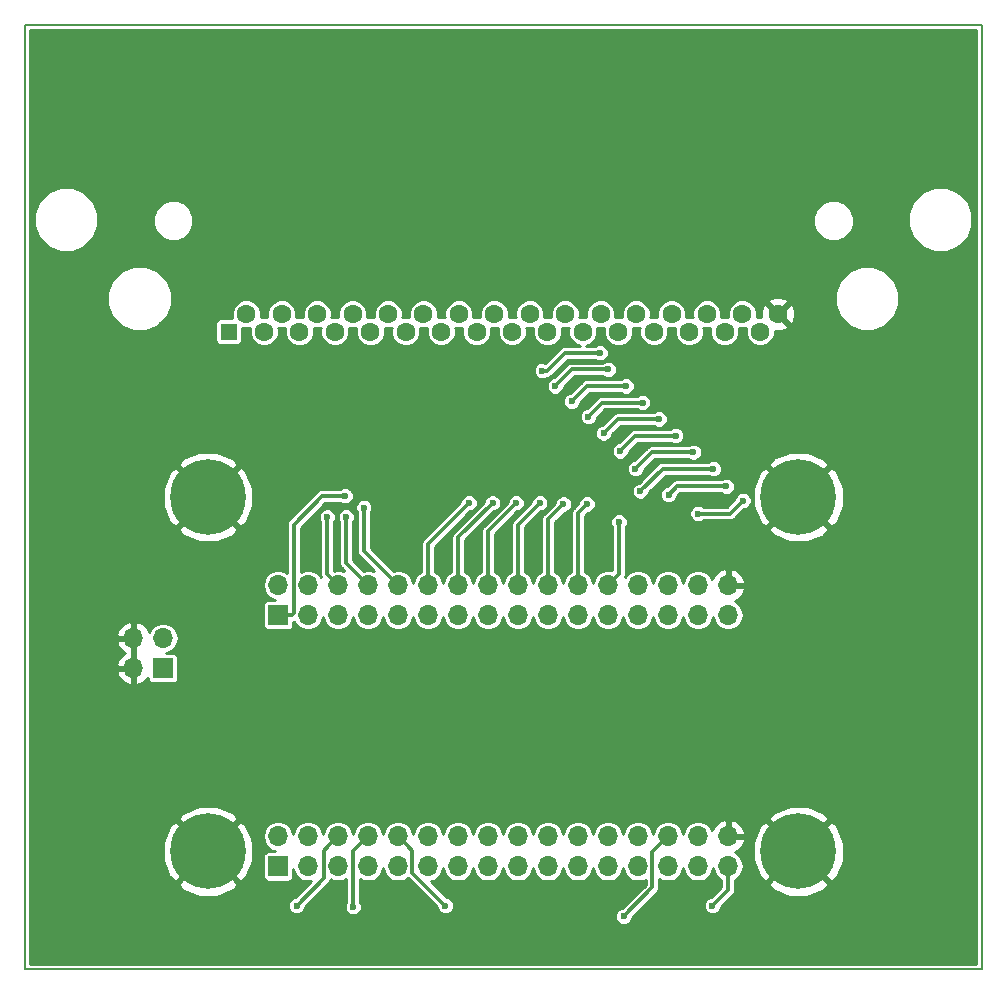
<source format=gbr>
G04 #@! TF.GenerationSoftware,KiCad,Pcbnew,5.0.1-33cea8e~68~ubuntu18.10.1*
G04 #@! TF.CreationDate,2018-11-26T23:41:48+02:00*
G04 #@! TF.ProjectId,GB-BRK-SLOT-A,47422D42524B2D534C4F542D412E6B69,v1.0*
G04 #@! TF.SameCoordinates,Original*
G04 #@! TF.FileFunction,Copper,L2,Bot,Signal*
G04 #@! TF.FilePolarity,Positive*
%FSLAX46Y46*%
G04 Gerber Fmt 4.6, Leading zero omitted, Abs format (unit mm)*
G04 Created by KiCad (PCBNEW 5.0.1-33cea8e~68~ubuntu18.10.1) date ma 26. marraskuuta 2018 23.41.48*
%MOMM*%
%LPD*%
G01*
G04 APERTURE LIST*
G04 #@! TA.AperFunction,NonConductor*
%ADD10C,0.150000*%
G04 #@! TD*
G04 #@! TA.AperFunction,ComponentPad*
%ADD11O,1.700000X1.700000*%
G04 #@! TD*
G04 #@! TA.AperFunction,ComponentPad*
%ADD12R,1.700000X1.700000*%
G04 #@! TD*
G04 #@! TA.AperFunction,ComponentPad*
%ADD13R,1.400000X1.400000*%
G04 #@! TD*
G04 #@! TA.AperFunction,ComponentPad*
%ADD14C,1.600000*%
G04 #@! TD*
G04 #@! TA.AperFunction,ComponentPad*
%ADD15C,0.800000*%
G04 #@! TD*
G04 #@! TA.AperFunction,ComponentPad*
%ADD16C,6.400000*%
G04 #@! TD*
G04 #@! TA.AperFunction,ViaPad*
%ADD17C,1.000000*%
G04 #@! TD*
G04 #@! TA.AperFunction,ViaPad*
%ADD18C,0.600000*%
G04 #@! TD*
G04 #@! TA.AperFunction,Conductor*
%ADD19C,0.320000*%
G04 #@! TD*
G04 #@! TA.AperFunction,Conductor*
%ADD20C,0.254000*%
G04 #@! TD*
G04 APERTURE END LIST*
D10*
X128000000Y-70000000D02*
X128000000Y-150000000D01*
X47000000Y-70000000D02*
X128000000Y-70000000D01*
X47000000Y-150000000D02*
X128000000Y-150000000D01*
X47000000Y-70000000D02*
X47000000Y-150000000D01*
D11*
G04 #@! TO.P,J2,32*
G04 #@! TO.N,GND*
X106550000Y-117460000D03*
G04 #@! TO.P,J2,31*
G04 #@! TO.N,/A15*
X106550000Y-120000000D03*
G04 #@! TO.P,J2,30*
G04 #@! TO.N,/VIN*
X104010000Y-117460000D03*
G04 #@! TO.P,J2,29*
G04 #@! TO.N,/A14*
X104010000Y-120000000D03*
G04 #@! TO.P,J2,28*
G04 #@! TO.N,/~RES*
X101470000Y-117460000D03*
G04 #@! TO.P,J2,27*
G04 #@! TO.N,/A13*
X101470000Y-120000000D03*
G04 #@! TO.P,J2,26*
G04 #@! TO.N,/D7*
X98930000Y-117460000D03*
G04 #@! TO.P,J2,25*
G04 #@! TO.N,/A12*
X98930000Y-120000000D03*
G04 #@! TO.P,J2,24*
G04 #@! TO.N,/D6*
X96390000Y-117460000D03*
G04 #@! TO.P,J2,23*
G04 #@! TO.N,/A11*
X96390000Y-120000000D03*
G04 #@! TO.P,J2,22*
G04 #@! TO.N,/D5*
X93850000Y-117460000D03*
G04 #@! TO.P,J2,21*
G04 #@! TO.N,/A10*
X93850000Y-120000000D03*
G04 #@! TO.P,J2,20*
G04 #@! TO.N,/D4*
X91310000Y-117460000D03*
G04 #@! TO.P,J2,19*
G04 #@! TO.N,/A9*
X91310000Y-120000000D03*
G04 #@! TO.P,J2,18*
G04 #@! TO.N,/D3*
X88770000Y-117460000D03*
G04 #@! TO.P,J2,17*
G04 #@! TO.N,/A8*
X88770000Y-120000000D03*
G04 #@! TO.P,J2,16*
G04 #@! TO.N,/D2*
X86230000Y-117460000D03*
G04 #@! TO.P,J2,15*
G04 #@! TO.N,/A7*
X86230000Y-120000000D03*
G04 #@! TO.P,J2,14*
G04 #@! TO.N,/D1*
X83690000Y-117460000D03*
G04 #@! TO.P,J2,13*
G04 #@! TO.N,/A6*
X83690000Y-120000000D03*
G04 #@! TO.P,J2,12*
G04 #@! TO.N,/D0*
X81150000Y-117460000D03*
G04 #@! TO.P,J2,11*
G04 #@! TO.N,/A5*
X81150000Y-120000000D03*
G04 #@! TO.P,J2,10*
G04 #@! TO.N,/~CS*
X78610000Y-117460000D03*
G04 #@! TO.P,J2,9*
G04 #@! TO.N,/A4*
X78610000Y-120000000D03*
G04 #@! TO.P,J2,8*
G04 #@! TO.N,/~RD*
X76070000Y-117460000D03*
G04 #@! TO.P,J2,7*
G04 #@! TO.N,/A3*
X76070000Y-120000000D03*
G04 #@! TO.P,J2,6*
G04 #@! TO.N,/~WR*
X73530000Y-117460000D03*
G04 #@! TO.P,J2,5*
G04 #@! TO.N,/A2*
X73530000Y-120000000D03*
G04 #@! TO.P,J2,4*
G04 #@! TO.N,/PHI*
X70990000Y-117460000D03*
G04 #@! TO.P,J2,3*
G04 #@! TO.N,/A1*
X70990000Y-120000000D03*
G04 #@! TO.P,J2,2*
G04 #@! TO.N,+5V*
X68450000Y-117460000D03*
D12*
G04 #@! TO.P,J2,1*
G04 #@! TO.N,/A0*
X68450000Y-120000000D03*
G04 #@! TD*
D11*
G04 #@! TO.P,J1,32*
G04 #@! TO.N,GND*
X106550000Y-138730000D03*
G04 #@! TO.P,J1,31*
G04 #@! TO.N,/A15*
X106550000Y-141270000D03*
G04 #@! TO.P,J1,30*
G04 #@! TO.N,/VIN*
X104010000Y-138730000D03*
G04 #@! TO.P,J1,29*
G04 #@! TO.N,/A14*
X104010000Y-141270000D03*
G04 #@! TO.P,J1,28*
G04 #@! TO.N,/~RES*
X101470000Y-138730000D03*
G04 #@! TO.P,J1,27*
G04 #@! TO.N,/A13*
X101470000Y-141270000D03*
G04 #@! TO.P,J1,26*
G04 #@! TO.N,/D7*
X98930000Y-138730000D03*
G04 #@! TO.P,J1,25*
G04 #@! TO.N,/A12*
X98930000Y-141270000D03*
G04 #@! TO.P,J1,24*
G04 #@! TO.N,/D6*
X96390000Y-138730000D03*
G04 #@! TO.P,J1,23*
G04 #@! TO.N,/A11*
X96390000Y-141270000D03*
G04 #@! TO.P,J1,22*
G04 #@! TO.N,/D5*
X93850000Y-138730000D03*
G04 #@! TO.P,J1,21*
G04 #@! TO.N,/A10*
X93850000Y-141270000D03*
G04 #@! TO.P,J1,20*
G04 #@! TO.N,/D4*
X91310000Y-138730000D03*
G04 #@! TO.P,J1,19*
G04 #@! TO.N,/A9*
X91310000Y-141270000D03*
G04 #@! TO.P,J1,18*
G04 #@! TO.N,/D3*
X88770000Y-138730000D03*
G04 #@! TO.P,J1,17*
G04 #@! TO.N,/A8*
X88770000Y-141270000D03*
G04 #@! TO.P,J1,16*
G04 #@! TO.N,/D2*
X86230000Y-138730000D03*
G04 #@! TO.P,J1,15*
G04 #@! TO.N,/A7*
X86230000Y-141270000D03*
G04 #@! TO.P,J1,14*
G04 #@! TO.N,/D1*
X83690000Y-138730000D03*
G04 #@! TO.P,J1,13*
G04 #@! TO.N,/A6*
X83690000Y-141270000D03*
G04 #@! TO.P,J1,12*
G04 #@! TO.N,/D0*
X81150000Y-138730000D03*
G04 #@! TO.P,J1,11*
G04 #@! TO.N,/A5*
X81150000Y-141270000D03*
G04 #@! TO.P,J1,10*
G04 #@! TO.N,/~CS*
X78610000Y-138730000D03*
G04 #@! TO.P,J1,9*
G04 #@! TO.N,/A4*
X78610000Y-141270000D03*
G04 #@! TO.P,J1,8*
G04 #@! TO.N,/~RD*
X76070000Y-138730000D03*
G04 #@! TO.P,J1,7*
G04 #@! TO.N,/A3*
X76070000Y-141270000D03*
G04 #@! TO.P,J1,6*
G04 #@! TO.N,/~WR*
X73530000Y-138730000D03*
G04 #@! TO.P,J1,5*
G04 #@! TO.N,/A2*
X73530000Y-141270000D03*
G04 #@! TO.P,J1,4*
G04 #@! TO.N,/PHI*
X70990000Y-138730000D03*
G04 #@! TO.P,J1,3*
G04 #@! TO.N,/A1*
X70990000Y-141270000D03*
G04 #@! TO.P,J1,2*
G04 #@! TO.N,+5V*
X68450000Y-138730000D03*
D12*
G04 #@! TO.P,J1,1*
G04 #@! TO.N,/A0*
X68450000Y-141270000D03*
G04 #@! TD*
D13*
G04 #@! TO.P,J3,1*
G04 #@! TO.N,Net-(J3-Pad1)*
X64250000Y-96000000D03*
D14*
G04 #@! TO.P,J3,2*
G04 #@! TO.N,/PHI*
X65750000Y-94500000D03*
G04 #@! TO.P,J3,3*
G04 #@! TO.N,/~WR*
X67250000Y-96000000D03*
G04 #@! TO.P,J3,4*
G04 #@! TO.N,/~RD*
X68750000Y-94500000D03*
G04 #@! TO.P,J3,5*
G04 #@! TO.N,/~CS*
X70250000Y-96000000D03*
G04 #@! TO.P,J3,6*
G04 #@! TO.N,/A0*
X71750000Y-94500000D03*
G04 #@! TO.P,J3,7*
G04 #@! TO.N,/A1*
X73250000Y-96000000D03*
G04 #@! TO.P,J3,8*
G04 #@! TO.N,/A2*
X74750000Y-94500000D03*
G04 #@! TO.P,J3,9*
G04 #@! TO.N,/A3*
X76250000Y-96000000D03*
G04 #@! TO.P,J3,10*
G04 #@! TO.N,/A4*
X77750000Y-94500000D03*
G04 #@! TO.P,J3,11*
G04 #@! TO.N,/A5*
X79250000Y-96000000D03*
G04 #@! TO.P,J3,12*
G04 #@! TO.N,/A6*
X80750000Y-94500000D03*
G04 #@! TO.P,J3,13*
G04 #@! TO.N,/A7*
X82250000Y-96000000D03*
G04 #@! TO.P,J3,14*
G04 #@! TO.N,/A8*
X83750000Y-94500000D03*
G04 #@! TO.P,J3,15*
G04 #@! TO.N,/A9*
X85250000Y-96000000D03*
G04 #@! TO.P,J3,16*
G04 #@! TO.N,/A10*
X86750000Y-94500000D03*
G04 #@! TO.P,J3,17*
G04 #@! TO.N,/A11*
X88250000Y-96000000D03*
G04 #@! TO.P,J3,18*
G04 #@! TO.N,/A12*
X89750000Y-94500000D03*
G04 #@! TO.P,J3,19*
G04 #@! TO.N,/A13*
X91250000Y-96000000D03*
G04 #@! TO.P,J3,20*
G04 #@! TO.N,/A14*
X92750000Y-94500000D03*
G04 #@! TO.P,J3,21*
G04 #@! TO.N,/A15*
X94250000Y-96000000D03*
G04 #@! TO.P,J3,22*
G04 #@! TO.N,/D0*
X95750000Y-94500000D03*
G04 #@! TO.P,J3,23*
G04 #@! TO.N,/D1*
X97250000Y-96000000D03*
G04 #@! TO.P,J3,24*
G04 #@! TO.N,/D2*
X98750000Y-94500000D03*
G04 #@! TO.P,J3,25*
G04 #@! TO.N,/D3*
X100250000Y-96000000D03*
G04 #@! TO.P,J3,26*
G04 #@! TO.N,/D4*
X101750000Y-94500000D03*
G04 #@! TO.P,J3,27*
G04 #@! TO.N,/D5*
X103250000Y-96000000D03*
G04 #@! TO.P,J3,28*
G04 #@! TO.N,/D6*
X104750000Y-94500000D03*
G04 #@! TO.P,J3,29*
G04 #@! TO.N,/D7*
X106250000Y-96000000D03*
G04 #@! TO.P,J3,30*
G04 #@! TO.N,/~RES*
X107750000Y-94500000D03*
G04 #@! TO.P,J3,31*
G04 #@! TO.N,/VIN*
X109250000Y-96000000D03*
G04 #@! TO.P,J3,32*
G04 #@! TO.N,GND*
X110750000Y-94500000D03*
G04 #@! TD*
D12*
G04 #@! TO.P,J4,1*
G04 #@! TO.N,+5V*
X58710000Y-124500000D03*
D11*
G04 #@! TO.P,J4,2*
G04 #@! TO.N,GND*
X56170000Y-124500000D03*
G04 #@! TO.P,J4,3*
G04 #@! TO.N,+5V*
X58710000Y-121960000D03*
G04 #@! TO.P,J4,4*
G04 #@! TO.N,GND*
X56170000Y-121960000D03*
G04 #@! TD*
D15*
G04 #@! TO.P,MK1,1*
G04 #@! TO.N,GND*
X64197056Y-108302944D03*
X62500000Y-107600000D03*
X60802944Y-108302944D03*
X60100000Y-110000000D03*
X60802944Y-111697056D03*
X62500000Y-112400000D03*
X64197056Y-111697056D03*
X64900000Y-110000000D03*
D16*
X62500000Y-110000000D03*
G04 #@! TD*
G04 #@! TO.P,MK2,1*
G04 #@! TO.N,GND*
X112500000Y-110000000D03*
D15*
X114900000Y-110000000D03*
X114197056Y-111697056D03*
X112500000Y-112400000D03*
X110802944Y-111697056D03*
X110100000Y-110000000D03*
X110802944Y-108302944D03*
X112500000Y-107600000D03*
X114197056Y-108302944D03*
G04 #@! TD*
G04 #@! TO.P,MK3,1*
G04 #@! TO.N,GND*
X64197056Y-138302944D03*
X62500000Y-137600000D03*
X60802944Y-138302944D03*
X60100000Y-140000000D03*
X60802944Y-141697056D03*
X62500000Y-142400000D03*
X64197056Y-141697056D03*
X64900000Y-140000000D03*
D16*
X62500000Y-140000000D03*
G04 #@! TD*
G04 #@! TO.P,MK4,1*
G04 #@! TO.N,GND*
X112500000Y-140000000D03*
D15*
X114900000Y-140000000D03*
X114197056Y-141697056D03*
X112500000Y-142400000D03*
X110802944Y-141697056D03*
X110100000Y-140000000D03*
X110802944Y-138302944D03*
X112500000Y-137600000D03*
X114197056Y-138302944D03*
G04 #@! TD*
D17*
G04 #@! TO.N,GND*
X65400000Y-129100000D03*
X57500000Y-148400000D03*
X64100000Y-132600000D03*
D18*
G04 #@! TO.N,/A0*
X74100000Y-109900000D03*
G04 #@! TO.N,/~WR*
X70000000Y-144600000D03*
X72600000Y-111700000D03*
G04 #@! TO.N,/~RD*
X74800000Y-144700000D03*
X74200000Y-111700000D03*
G04 #@! TO.N,/~CS*
X82600000Y-144600000D03*
X75700000Y-110900000D03*
G04 #@! TO.N,/D0*
X95700000Y-97800000D03*
X84600000Y-110500000D03*
X90799998Y-99300000D03*
G04 #@! TO.N,/D1*
X86600000Y-110500000D03*
X91900000Y-100600000D03*
X96400000Y-99200000D03*
G04 #@! TO.N,/D2*
X88599998Y-110500000D03*
X93300000Y-101900000D03*
X97900000Y-100600000D03*
G04 #@! TO.N,/D3*
X90599998Y-110500000D03*
X94700000Y-103200000D03*
X99300000Y-102000000D03*
G04 #@! TO.N,/D4*
X92600000Y-110600000D03*
X96000000Y-104600000D03*
X100700000Y-103400000D03*
G04 #@! TO.N,/D5*
X94600000Y-110600000D03*
X97400000Y-106100000D03*
X102100000Y-104800000D03*
G04 #@! TO.N,/D6*
X98700000Y-107600000D03*
X103600000Y-106200000D03*
X97300000Y-112100000D03*
G04 #@! TO.N,/D7*
X99100000Y-109500000D03*
X105300000Y-107600000D03*
G04 #@! TO.N,/~RES*
X101500000Y-109800000D03*
X106400000Y-109100000D03*
X97700000Y-145500000D03*
G04 #@! TO.N,/VIN*
X104000000Y-111400000D03*
X107800000Y-110300000D03*
G04 #@! TO.N,/A15*
X105200000Y-144600000D03*
G04 #@! TD*
D19*
G04 #@! TO.N,/A0*
X72200000Y-109900000D02*
X74100000Y-109900000D01*
X69760001Y-112339999D02*
X72200000Y-109900000D01*
X69760001Y-119859999D02*
X69760001Y-112339999D01*
X68450000Y-120000000D02*
X69620000Y-120000000D01*
X69620000Y-120000000D02*
X69760001Y-119859999D01*
G04 #@! TO.N,/~WR*
X72680001Y-139579999D02*
X73530000Y-138730000D01*
X72319999Y-139940001D02*
X72680001Y-139579999D01*
X72319999Y-142280001D02*
X72319999Y-139940001D01*
X70000000Y-144600000D02*
X72319999Y-142280001D01*
X72600000Y-116530000D02*
X73530000Y-117460000D01*
X72600000Y-111700000D02*
X72600000Y-116530000D01*
G04 #@! TO.N,/~RD*
X74800000Y-140000000D02*
X74800000Y-144700000D01*
X76070000Y-138730000D02*
X74800000Y-140000000D01*
X74200000Y-115590000D02*
X74200000Y-111700000D01*
X76070000Y-117460000D02*
X74200000Y-115590000D01*
G04 #@! TO.N,/~CS*
X79459999Y-139579999D02*
X78610000Y-138730000D01*
X79820001Y-139940001D02*
X79459999Y-139579999D01*
X79820001Y-141820001D02*
X79820001Y-139940001D01*
X82600000Y-144600000D02*
X79820001Y-141820001D01*
X75700000Y-114550000D02*
X75700000Y-110900000D01*
X78610000Y-117460000D02*
X75700000Y-114550000D01*
G04 #@! TO.N,/D0*
X81150000Y-113950000D02*
X84600000Y-110500000D01*
X81150000Y-117460000D02*
X81150000Y-113950000D01*
X91224262Y-99300000D02*
X90799998Y-99300000D01*
X95700000Y-97800000D02*
X92724262Y-97800000D01*
X92724262Y-97800000D02*
X91224262Y-99300000D01*
G04 #@! TO.N,/D1*
X83690000Y-113410000D02*
X86600000Y-110500000D01*
X83690000Y-117460000D02*
X83690000Y-113410000D01*
X91900000Y-100600000D02*
X93300000Y-99200000D01*
X93300000Y-99200000D02*
X96400000Y-99200000D01*
G04 #@! TO.N,/D2*
X86230000Y-112869998D02*
X88599998Y-110500000D01*
X86230000Y-117460000D02*
X86230000Y-112869998D01*
X94600000Y-100600000D02*
X97900000Y-100600000D01*
X93300000Y-101900000D02*
X94600000Y-100600000D01*
G04 #@! TO.N,/D3*
X90599998Y-110500002D02*
X90599998Y-110500000D01*
X88770000Y-117460000D02*
X88770000Y-112330000D01*
X88770000Y-112330000D02*
X90599998Y-110500002D01*
X95900000Y-102000000D02*
X99300000Y-102000000D01*
X94700000Y-103200000D02*
X95900000Y-102000000D01*
G04 #@! TO.N,/D4*
X91310000Y-111890000D02*
X92600000Y-110600000D01*
X91310000Y-117460000D02*
X91310000Y-111890000D01*
X97200000Y-103400000D02*
X100700000Y-103400000D01*
X96000000Y-104600000D02*
X97200000Y-103400000D01*
G04 #@! TO.N,/D5*
X93850000Y-117460000D02*
X93850000Y-111350000D01*
X93850000Y-111350000D02*
X94600000Y-110600000D01*
X97400000Y-106100000D02*
X98700000Y-104800000D01*
X98700000Y-104800000D02*
X102100000Y-104800000D01*
G04 #@! TO.N,/D6*
X98700000Y-107600000D02*
X100100000Y-106200000D01*
X100100000Y-106200000D02*
X103600000Y-106200000D01*
X96390000Y-117460000D02*
X97300000Y-116550000D01*
X97300000Y-116550000D02*
X97300000Y-112100000D01*
G04 #@! TO.N,/D7*
X99100000Y-109500000D02*
X101000000Y-107600000D01*
X101000000Y-107600000D02*
X105300000Y-107600000D01*
G04 #@! TO.N,/~RES*
X102200000Y-109100000D02*
X101500000Y-109800000D01*
X106400000Y-109100000D02*
X102200000Y-109100000D01*
X100620001Y-139579999D02*
X101470000Y-138730000D01*
X100140001Y-140059999D02*
X100620001Y-139579999D01*
X100140001Y-143059999D02*
X100140001Y-140059999D01*
X97700000Y-145500000D02*
X100140001Y-143059999D01*
G04 #@! TO.N,/VIN*
X106700000Y-111400000D02*
X107800000Y-110300000D01*
X104000000Y-111400000D02*
X106700000Y-111400000D01*
G04 #@! TO.N,/A15*
X106550000Y-143250000D02*
X106550000Y-141270000D01*
X105200000Y-144600000D02*
X106550000Y-143250000D01*
G04 #@! TD*
D20*
G04 #@! TO.N,GND*
G36*
X127544001Y-149544000D02*
X47456000Y-149544000D01*
X47456000Y-142740910D01*
X59938695Y-142740910D01*
X60305640Y-143236343D01*
X61711171Y-143829736D01*
X63236793Y-143840087D01*
X64650246Y-143265819D01*
X64694360Y-143236343D01*
X65061305Y-142740910D01*
X62500000Y-140179605D01*
X59938695Y-142740910D01*
X47456000Y-142740910D01*
X47456000Y-140736793D01*
X58659913Y-140736793D01*
X59234181Y-142150246D01*
X59263657Y-142194360D01*
X59759090Y-142561305D01*
X62320395Y-140000000D01*
X62679605Y-140000000D01*
X65240910Y-142561305D01*
X65736343Y-142194360D01*
X66329736Y-140788829D01*
X66340087Y-139263207D01*
X66123452Y-138730000D01*
X67147983Y-138730000D01*
X67247093Y-139228260D01*
X67529335Y-139650665D01*
X67951740Y-139932907D01*
X68211794Y-139984635D01*
X67600000Y-139984635D01*
X67433393Y-140017775D01*
X67292150Y-140112150D01*
X67197775Y-140253393D01*
X67164635Y-140420000D01*
X67164635Y-142120000D01*
X67197775Y-142286607D01*
X67292150Y-142427850D01*
X67433393Y-142522225D01*
X67600000Y-142555365D01*
X69300000Y-142555365D01*
X69466607Y-142522225D01*
X69607850Y-142427850D01*
X69702225Y-142286607D01*
X69735365Y-142120000D01*
X69735365Y-141508206D01*
X69787093Y-141768260D01*
X70069335Y-142190665D01*
X70491740Y-142472907D01*
X70864231Y-142547000D01*
X71115769Y-142547000D01*
X71249446Y-142520410D01*
X69896857Y-143873000D01*
X69855391Y-143873000D01*
X69588187Y-143983679D01*
X69383679Y-144188187D01*
X69273000Y-144455391D01*
X69273000Y-144744609D01*
X69383679Y-145011813D01*
X69588187Y-145216321D01*
X69855391Y-145327000D01*
X70144609Y-145327000D01*
X70411813Y-145216321D01*
X70616321Y-145011813D01*
X70727000Y-144744609D01*
X70727000Y-144703143D01*
X72694194Y-142735950D01*
X72743202Y-142703204D01*
X72775949Y-142654195D01*
X72775952Y-142654192D01*
X72872940Y-142509038D01*
X72872941Y-142509037D01*
X72897914Y-142383488D01*
X73031740Y-142472907D01*
X73404231Y-142547000D01*
X73655769Y-142547000D01*
X74028260Y-142472907D01*
X74213000Y-142349467D01*
X74213001Y-144258865D01*
X74183679Y-144288187D01*
X74073000Y-144555391D01*
X74073000Y-144844609D01*
X74183679Y-145111813D01*
X74388187Y-145316321D01*
X74655391Y-145427000D01*
X74944609Y-145427000D01*
X75211813Y-145316321D01*
X75416321Y-145111813D01*
X75527000Y-144844609D01*
X75527000Y-144555391D01*
X75416321Y-144288187D01*
X75387000Y-144258866D01*
X75387000Y-142349468D01*
X75571740Y-142472907D01*
X75944231Y-142547000D01*
X76195769Y-142547000D01*
X76568260Y-142472907D01*
X76990665Y-142190665D01*
X77272907Y-141768260D01*
X77340000Y-141430960D01*
X77407093Y-141768260D01*
X77689335Y-142190665D01*
X78111740Y-142472907D01*
X78484231Y-142547000D01*
X78735769Y-142547000D01*
X79108260Y-142472907D01*
X79424416Y-142261658D01*
X79445810Y-142275953D01*
X81873000Y-144703143D01*
X81873000Y-144744609D01*
X81983679Y-145011813D01*
X82188187Y-145216321D01*
X82455391Y-145327000D01*
X82744609Y-145327000D01*
X83011813Y-145216321D01*
X83216321Y-145011813D01*
X83327000Y-144744609D01*
X83327000Y-144455391D01*
X83216321Y-144188187D01*
X83011813Y-143983679D01*
X82744609Y-143873000D01*
X82703143Y-143873000D01*
X81360324Y-142530181D01*
X81648260Y-142472907D01*
X82070665Y-142190665D01*
X82352907Y-141768260D01*
X82420000Y-141430960D01*
X82487093Y-141768260D01*
X82769335Y-142190665D01*
X83191740Y-142472907D01*
X83564231Y-142547000D01*
X83815769Y-142547000D01*
X84188260Y-142472907D01*
X84610665Y-142190665D01*
X84892907Y-141768260D01*
X84960000Y-141430960D01*
X85027093Y-141768260D01*
X85309335Y-142190665D01*
X85731740Y-142472907D01*
X86104231Y-142547000D01*
X86355769Y-142547000D01*
X86728260Y-142472907D01*
X87150665Y-142190665D01*
X87432907Y-141768260D01*
X87500000Y-141430960D01*
X87567093Y-141768260D01*
X87849335Y-142190665D01*
X88271740Y-142472907D01*
X88644231Y-142547000D01*
X88895769Y-142547000D01*
X89268260Y-142472907D01*
X89690665Y-142190665D01*
X89972907Y-141768260D01*
X90040000Y-141430960D01*
X90107093Y-141768260D01*
X90389335Y-142190665D01*
X90811740Y-142472907D01*
X91184231Y-142547000D01*
X91435769Y-142547000D01*
X91808260Y-142472907D01*
X92230665Y-142190665D01*
X92512907Y-141768260D01*
X92580000Y-141430960D01*
X92647093Y-141768260D01*
X92929335Y-142190665D01*
X93351740Y-142472907D01*
X93724231Y-142547000D01*
X93975769Y-142547000D01*
X94348260Y-142472907D01*
X94770665Y-142190665D01*
X95052907Y-141768260D01*
X95120000Y-141430960D01*
X95187093Y-141768260D01*
X95469335Y-142190665D01*
X95891740Y-142472907D01*
X96264231Y-142547000D01*
X96515769Y-142547000D01*
X96888260Y-142472907D01*
X97310665Y-142190665D01*
X97592907Y-141768260D01*
X97660000Y-141430960D01*
X97727093Y-141768260D01*
X98009335Y-142190665D01*
X98431740Y-142472907D01*
X98804231Y-142547000D01*
X99055769Y-142547000D01*
X99428260Y-142472907D01*
X99553001Y-142389558D01*
X99553001Y-142816856D01*
X97596857Y-144773000D01*
X97555391Y-144773000D01*
X97288187Y-144883679D01*
X97083679Y-145088187D01*
X96973000Y-145355391D01*
X96973000Y-145644609D01*
X97083679Y-145911813D01*
X97288187Y-146116321D01*
X97555391Y-146227000D01*
X97844609Y-146227000D01*
X98111813Y-146116321D01*
X98316321Y-145911813D01*
X98427000Y-145644609D01*
X98427000Y-145603143D01*
X100514193Y-143515950D01*
X100563204Y-143483202D01*
X100692943Y-143289035D01*
X100727001Y-143117814D01*
X100727001Y-143117810D01*
X100738500Y-143059999D01*
X100727001Y-143002188D01*
X100727001Y-142309378D01*
X100971740Y-142472907D01*
X101344231Y-142547000D01*
X101595769Y-142547000D01*
X101968260Y-142472907D01*
X102390665Y-142190665D01*
X102672907Y-141768260D01*
X102740000Y-141430960D01*
X102807093Y-141768260D01*
X103089335Y-142190665D01*
X103511740Y-142472907D01*
X103884231Y-142547000D01*
X104135769Y-142547000D01*
X104508260Y-142472907D01*
X104930665Y-142190665D01*
X105212907Y-141768260D01*
X105280000Y-141430960D01*
X105347093Y-141768260D01*
X105629335Y-142190665D01*
X105963000Y-142413613D01*
X105963000Y-143006857D01*
X105096857Y-143873000D01*
X105055391Y-143873000D01*
X104788187Y-143983679D01*
X104583679Y-144188187D01*
X104473000Y-144455391D01*
X104473000Y-144744609D01*
X104583679Y-145011813D01*
X104788187Y-145216321D01*
X105055391Y-145327000D01*
X105344609Y-145327000D01*
X105611813Y-145216321D01*
X105816321Y-145011813D01*
X105927000Y-144744609D01*
X105927000Y-144703143D01*
X106924192Y-143705951D01*
X106973203Y-143673203D01*
X107102942Y-143479036D01*
X107137000Y-143307815D01*
X107137000Y-143307810D01*
X107148499Y-143250001D01*
X107137000Y-143192192D01*
X107137000Y-142740910D01*
X109938695Y-142740910D01*
X110305640Y-143236343D01*
X111711171Y-143829736D01*
X113236793Y-143840087D01*
X114650246Y-143265819D01*
X114694360Y-143236343D01*
X115061305Y-142740910D01*
X112500000Y-140179605D01*
X109938695Y-142740910D01*
X107137000Y-142740910D01*
X107137000Y-142413613D01*
X107470665Y-142190665D01*
X107752907Y-141768260D01*
X107852017Y-141270000D01*
X107752907Y-140771740D01*
X107729557Y-140736793D01*
X108659913Y-140736793D01*
X109234181Y-142150246D01*
X109263657Y-142194360D01*
X109759090Y-142561305D01*
X112320395Y-140000000D01*
X112679605Y-140000000D01*
X115240910Y-142561305D01*
X115736343Y-142194360D01*
X116329736Y-140788829D01*
X116340087Y-139263207D01*
X115765819Y-137849754D01*
X115736343Y-137805640D01*
X115240910Y-137438695D01*
X112679605Y-140000000D01*
X112320395Y-140000000D01*
X109759090Y-137438695D01*
X109263657Y-137805640D01*
X108670264Y-139211171D01*
X108659913Y-140736793D01*
X107729557Y-140736793D01*
X107470665Y-140349335D01*
X107090602Y-140095385D01*
X107316924Y-140001645D01*
X107745183Y-139611358D01*
X107991486Y-139086892D01*
X107870819Y-138857000D01*
X106677000Y-138857000D01*
X106677000Y-138877000D01*
X106423000Y-138877000D01*
X106423000Y-138857000D01*
X106403000Y-138857000D01*
X106403000Y-138603000D01*
X106423000Y-138603000D01*
X106423000Y-137409845D01*
X106677000Y-137409845D01*
X106677000Y-138603000D01*
X107870819Y-138603000D01*
X107991486Y-138373108D01*
X107745183Y-137848642D01*
X107316924Y-137458355D01*
X106906890Y-137288524D01*
X106677000Y-137409845D01*
X106423000Y-137409845D01*
X106193110Y-137288524D01*
X105783076Y-137458355D01*
X105354817Y-137848642D01*
X105190590Y-138198340D01*
X104930665Y-137809335D01*
X104508260Y-137527093D01*
X104135769Y-137453000D01*
X103884231Y-137453000D01*
X103511740Y-137527093D01*
X103089335Y-137809335D01*
X102807093Y-138231740D01*
X102740000Y-138569040D01*
X102672907Y-138231740D01*
X102390665Y-137809335D01*
X101968260Y-137527093D01*
X101595769Y-137453000D01*
X101344231Y-137453000D01*
X100971740Y-137527093D01*
X100549335Y-137809335D01*
X100267093Y-138231740D01*
X100200000Y-138569040D01*
X100132907Y-138231740D01*
X99850665Y-137809335D01*
X99428260Y-137527093D01*
X99055769Y-137453000D01*
X98804231Y-137453000D01*
X98431740Y-137527093D01*
X98009335Y-137809335D01*
X97727093Y-138231740D01*
X97660000Y-138569040D01*
X97592907Y-138231740D01*
X97310665Y-137809335D01*
X96888260Y-137527093D01*
X96515769Y-137453000D01*
X96264231Y-137453000D01*
X95891740Y-137527093D01*
X95469335Y-137809335D01*
X95187093Y-138231740D01*
X95120000Y-138569040D01*
X95052907Y-138231740D01*
X94770665Y-137809335D01*
X94348260Y-137527093D01*
X93975769Y-137453000D01*
X93724231Y-137453000D01*
X93351740Y-137527093D01*
X92929335Y-137809335D01*
X92647093Y-138231740D01*
X92580000Y-138569040D01*
X92512907Y-138231740D01*
X92230665Y-137809335D01*
X91808260Y-137527093D01*
X91435769Y-137453000D01*
X91184231Y-137453000D01*
X90811740Y-137527093D01*
X90389335Y-137809335D01*
X90107093Y-138231740D01*
X90040000Y-138569040D01*
X89972907Y-138231740D01*
X89690665Y-137809335D01*
X89268260Y-137527093D01*
X88895769Y-137453000D01*
X88644231Y-137453000D01*
X88271740Y-137527093D01*
X87849335Y-137809335D01*
X87567093Y-138231740D01*
X87500000Y-138569040D01*
X87432907Y-138231740D01*
X87150665Y-137809335D01*
X86728260Y-137527093D01*
X86355769Y-137453000D01*
X86104231Y-137453000D01*
X85731740Y-137527093D01*
X85309335Y-137809335D01*
X85027093Y-138231740D01*
X84960000Y-138569040D01*
X84892907Y-138231740D01*
X84610665Y-137809335D01*
X84188260Y-137527093D01*
X83815769Y-137453000D01*
X83564231Y-137453000D01*
X83191740Y-137527093D01*
X82769335Y-137809335D01*
X82487093Y-138231740D01*
X82420000Y-138569040D01*
X82352907Y-138231740D01*
X82070665Y-137809335D01*
X81648260Y-137527093D01*
X81275769Y-137453000D01*
X81024231Y-137453000D01*
X80651740Y-137527093D01*
X80229335Y-137809335D01*
X79947093Y-138231740D01*
X79880000Y-138569040D01*
X79812907Y-138231740D01*
X79530665Y-137809335D01*
X79108260Y-137527093D01*
X78735769Y-137453000D01*
X78484231Y-137453000D01*
X78111740Y-137527093D01*
X77689335Y-137809335D01*
X77407093Y-138231740D01*
X77340000Y-138569040D01*
X77272907Y-138231740D01*
X76990665Y-137809335D01*
X76568260Y-137527093D01*
X76195769Y-137453000D01*
X75944231Y-137453000D01*
X75571740Y-137527093D01*
X75149335Y-137809335D01*
X74867093Y-138231740D01*
X74800000Y-138569040D01*
X74732907Y-138231740D01*
X74450665Y-137809335D01*
X74028260Y-137527093D01*
X73655769Y-137453000D01*
X73404231Y-137453000D01*
X73031740Y-137527093D01*
X72609335Y-137809335D01*
X72327093Y-138231740D01*
X72260000Y-138569040D01*
X72192907Y-138231740D01*
X71910665Y-137809335D01*
X71488260Y-137527093D01*
X71115769Y-137453000D01*
X70864231Y-137453000D01*
X70491740Y-137527093D01*
X70069335Y-137809335D01*
X69787093Y-138231740D01*
X69720000Y-138569040D01*
X69652907Y-138231740D01*
X69370665Y-137809335D01*
X68948260Y-137527093D01*
X68575769Y-137453000D01*
X68324231Y-137453000D01*
X67951740Y-137527093D01*
X67529335Y-137809335D01*
X67247093Y-138231740D01*
X67147983Y-138730000D01*
X66123452Y-138730000D01*
X65765819Y-137849754D01*
X65736343Y-137805640D01*
X65240910Y-137438695D01*
X62679605Y-140000000D01*
X62320395Y-140000000D01*
X59759090Y-137438695D01*
X59263657Y-137805640D01*
X58670264Y-139211171D01*
X58659913Y-140736793D01*
X47456000Y-140736793D01*
X47456000Y-137259090D01*
X59938695Y-137259090D01*
X62500000Y-139820395D01*
X65061305Y-137259090D01*
X109938695Y-137259090D01*
X112500000Y-139820395D01*
X115061305Y-137259090D01*
X114694360Y-136763657D01*
X113288829Y-136170264D01*
X111763207Y-136159913D01*
X110349754Y-136734181D01*
X110305640Y-136763657D01*
X109938695Y-137259090D01*
X65061305Y-137259090D01*
X64694360Y-136763657D01*
X63288829Y-136170264D01*
X61763207Y-136159913D01*
X60349754Y-136734181D01*
X60305640Y-136763657D01*
X59938695Y-137259090D01*
X47456000Y-137259090D01*
X47456000Y-124856890D01*
X54728524Y-124856890D01*
X54898355Y-125266924D01*
X55288642Y-125695183D01*
X55813108Y-125941486D01*
X56043000Y-125820819D01*
X56043000Y-124627000D01*
X54849845Y-124627000D01*
X54728524Y-124856890D01*
X47456000Y-124856890D01*
X47456000Y-122316890D01*
X54728524Y-122316890D01*
X54898355Y-122726924D01*
X55288642Y-123155183D01*
X55447954Y-123230000D01*
X55288642Y-123304817D01*
X54898355Y-123733076D01*
X54728524Y-124143110D01*
X54849845Y-124373000D01*
X56043000Y-124373000D01*
X56043000Y-122087000D01*
X54849845Y-122087000D01*
X54728524Y-122316890D01*
X47456000Y-122316890D01*
X47456000Y-121603110D01*
X54728524Y-121603110D01*
X54849845Y-121833000D01*
X56043000Y-121833000D01*
X56043000Y-120639181D01*
X56297000Y-120639181D01*
X56297000Y-121833000D01*
X56317000Y-121833000D01*
X56317000Y-122087000D01*
X56297000Y-122087000D01*
X56297000Y-124373000D01*
X56317000Y-124373000D01*
X56317000Y-124627000D01*
X56297000Y-124627000D01*
X56297000Y-125820819D01*
X56526892Y-125941486D01*
X57051358Y-125695183D01*
X57424635Y-125285589D01*
X57424635Y-125350000D01*
X57457775Y-125516607D01*
X57552150Y-125657850D01*
X57693393Y-125752225D01*
X57860000Y-125785365D01*
X59560000Y-125785365D01*
X59726607Y-125752225D01*
X59867850Y-125657850D01*
X59962225Y-125516607D01*
X59995365Y-125350000D01*
X59995365Y-123650000D01*
X59962225Y-123483393D01*
X59867850Y-123342150D01*
X59726607Y-123247775D01*
X59560000Y-123214635D01*
X58948206Y-123214635D01*
X59208260Y-123162907D01*
X59630665Y-122880665D01*
X59912907Y-122458260D01*
X60012017Y-121960000D01*
X59912907Y-121461740D01*
X59630665Y-121039335D01*
X59208260Y-120757093D01*
X58835769Y-120683000D01*
X58584231Y-120683000D01*
X58211740Y-120757093D01*
X57789335Y-121039335D01*
X57535385Y-121419398D01*
X57441645Y-121193076D01*
X57051358Y-120764817D01*
X56526892Y-120518514D01*
X56297000Y-120639181D01*
X56043000Y-120639181D01*
X55813108Y-120518514D01*
X55288642Y-120764817D01*
X54898355Y-121193076D01*
X54728524Y-121603110D01*
X47456000Y-121603110D01*
X47456000Y-117460000D01*
X67147983Y-117460000D01*
X67247093Y-117958260D01*
X67529335Y-118380665D01*
X67951740Y-118662907D01*
X68211794Y-118714635D01*
X67600000Y-118714635D01*
X67433393Y-118747775D01*
X67292150Y-118842150D01*
X67197775Y-118983393D01*
X67164635Y-119150000D01*
X67164635Y-120850000D01*
X67197775Y-121016607D01*
X67292150Y-121157850D01*
X67433393Y-121252225D01*
X67600000Y-121285365D01*
X69300000Y-121285365D01*
X69466607Y-121252225D01*
X69607850Y-121157850D01*
X69702225Y-121016607D01*
X69735365Y-120850000D01*
X69735365Y-120575553D01*
X69826611Y-120557403D01*
X70069335Y-120920665D01*
X70491740Y-121202907D01*
X70864231Y-121277000D01*
X71115769Y-121277000D01*
X71488260Y-121202907D01*
X71910665Y-120920665D01*
X72192907Y-120498260D01*
X72260000Y-120160960D01*
X72327093Y-120498260D01*
X72609335Y-120920665D01*
X73031740Y-121202907D01*
X73404231Y-121277000D01*
X73655769Y-121277000D01*
X74028260Y-121202907D01*
X74450665Y-120920665D01*
X74732907Y-120498260D01*
X74800000Y-120160960D01*
X74867093Y-120498260D01*
X75149335Y-120920665D01*
X75571740Y-121202907D01*
X75944231Y-121277000D01*
X76195769Y-121277000D01*
X76568260Y-121202907D01*
X76990665Y-120920665D01*
X77272907Y-120498260D01*
X77340000Y-120160960D01*
X77407093Y-120498260D01*
X77689335Y-120920665D01*
X78111740Y-121202907D01*
X78484231Y-121277000D01*
X78735769Y-121277000D01*
X79108260Y-121202907D01*
X79530665Y-120920665D01*
X79812907Y-120498260D01*
X79880000Y-120160960D01*
X79947093Y-120498260D01*
X80229335Y-120920665D01*
X80651740Y-121202907D01*
X81024231Y-121277000D01*
X81275769Y-121277000D01*
X81648260Y-121202907D01*
X82070665Y-120920665D01*
X82352907Y-120498260D01*
X82420000Y-120160960D01*
X82487093Y-120498260D01*
X82769335Y-120920665D01*
X83191740Y-121202907D01*
X83564231Y-121277000D01*
X83815769Y-121277000D01*
X84188260Y-121202907D01*
X84610665Y-120920665D01*
X84892907Y-120498260D01*
X84960000Y-120160960D01*
X85027093Y-120498260D01*
X85309335Y-120920665D01*
X85731740Y-121202907D01*
X86104231Y-121277000D01*
X86355769Y-121277000D01*
X86728260Y-121202907D01*
X87150665Y-120920665D01*
X87432907Y-120498260D01*
X87500000Y-120160960D01*
X87567093Y-120498260D01*
X87849335Y-120920665D01*
X88271740Y-121202907D01*
X88644231Y-121277000D01*
X88895769Y-121277000D01*
X89268260Y-121202907D01*
X89690665Y-120920665D01*
X89972907Y-120498260D01*
X90040000Y-120160960D01*
X90107093Y-120498260D01*
X90389335Y-120920665D01*
X90811740Y-121202907D01*
X91184231Y-121277000D01*
X91435769Y-121277000D01*
X91808260Y-121202907D01*
X92230665Y-120920665D01*
X92512907Y-120498260D01*
X92580000Y-120160960D01*
X92647093Y-120498260D01*
X92929335Y-120920665D01*
X93351740Y-121202907D01*
X93724231Y-121277000D01*
X93975769Y-121277000D01*
X94348260Y-121202907D01*
X94770665Y-120920665D01*
X95052907Y-120498260D01*
X95120000Y-120160960D01*
X95187093Y-120498260D01*
X95469335Y-120920665D01*
X95891740Y-121202907D01*
X96264231Y-121277000D01*
X96515769Y-121277000D01*
X96888260Y-121202907D01*
X97310665Y-120920665D01*
X97592907Y-120498260D01*
X97660000Y-120160960D01*
X97727093Y-120498260D01*
X98009335Y-120920665D01*
X98431740Y-121202907D01*
X98804231Y-121277000D01*
X99055769Y-121277000D01*
X99428260Y-121202907D01*
X99850665Y-120920665D01*
X100132907Y-120498260D01*
X100200000Y-120160960D01*
X100267093Y-120498260D01*
X100549335Y-120920665D01*
X100971740Y-121202907D01*
X101344231Y-121277000D01*
X101595769Y-121277000D01*
X101968260Y-121202907D01*
X102390665Y-120920665D01*
X102672907Y-120498260D01*
X102740000Y-120160960D01*
X102807093Y-120498260D01*
X103089335Y-120920665D01*
X103511740Y-121202907D01*
X103884231Y-121277000D01*
X104135769Y-121277000D01*
X104508260Y-121202907D01*
X104930665Y-120920665D01*
X105212907Y-120498260D01*
X105280000Y-120160960D01*
X105347093Y-120498260D01*
X105629335Y-120920665D01*
X106051740Y-121202907D01*
X106424231Y-121277000D01*
X106675769Y-121277000D01*
X107048260Y-121202907D01*
X107470665Y-120920665D01*
X107752907Y-120498260D01*
X107852017Y-120000000D01*
X107752907Y-119501740D01*
X107470665Y-119079335D01*
X107090602Y-118825385D01*
X107316924Y-118731645D01*
X107745183Y-118341358D01*
X107991486Y-117816892D01*
X107870819Y-117587000D01*
X106677000Y-117587000D01*
X106677000Y-117607000D01*
X106423000Y-117607000D01*
X106423000Y-117587000D01*
X106403000Y-117587000D01*
X106403000Y-117333000D01*
X106423000Y-117333000D01*
X106423000Y-116139845D01*
X106677000Y-116139845D01*
X106677000Y-117333000D01*
X107870819Y-117333000D01*
X107991486Y-117103108D01*
X107745183Y-116578642D01*
X107316924Y-116188355D01*
X106906890Y-116018524D01*
X106677000Y-116139845D01*
X106423000Y-116139845D01*
X106193110Y-116018524D01*
X105783076Y-116188355D01*
X105354817Y-116578642D01*
X105190590Y-116928340D01*
X104930665Y-116539335D01*
X104508260Y-116257093D01*
X104135769Y-116183000D01*
X103884231Y-116183000D01*
X103511740Y-116257093D01*
X103089335Y-116539335D01*
X102807093Y-116961740D01*
X102740000Y-117299040D01*
X102672907Y-116961740D01*
X102390665Y-116539335D01*
X101968260Y-116257093D01*
X101595769Y-116183000D01*
X101344231Y-116183000D01*
X100971740Y-116257093D01*
X100549335Y-116539335D01*
X100267093Y-116961740D01*
X100200000Y-117299040D01*
X100132907Y-116961740D01*
X99850665Y-116539335D01*
X99428260Y-116257093D01*
X99055769Y-116183000D01*
X98804231Y-116183000D01*
X98431740Y-116257093D01*
X98009335Y-116539335D01*
X97854540Y-116771002D01*
X97887000Y-116607815D01*
X97887000Y-116607810D01*
X97898499Y-116550001D01*
X97887000Y-116492192D01*
X97887000Y-112740910D01*
X109938695Y-112740910D01*
X110305640Y-113236343D01*
X111711171Y-113829736D01*
X113236793Y-113840087D01*
X114650246Y-113265819D01*
X114694360Y-113236343D01*
X115061305Y-112740910D01*
X112500000Y-110179605D01*
X109938695Y-112740910D01*
X97887000Y-112740910D01*
X97887000Y-112541134D01*
X97916321Y-112511813D01*
X98027000Y-112244609D01*
X98027000Y-111955391D01*
X97916321Y-111688187D01*
X97711813Y-111483679D01*
X97444609Y-111373000D01*
X97155391Y-111373000D01*
X96888187Y-111483679D01*
X96683679Y-111688187D01*
X96573000Y-111955391D01*
X96573000Y-112244609D01*
X96683679Y-112511813D01*
X96713001Y-112541135D01*
X96713000Y-116222232D01*
X96515769Y-116183000D01*
X96264231Y-116183000D01*
X95891740Y-116257093D01*
X95469335Y-116539335D01*
X95187093Y-116961740D01*
X95120000Y-117299040D01*
X95052907Y-116961740D01*
X94770665Y-116539335D01*
X94437000Y-116316387D01*
X94437000Y-111593143D01*
X94703143Y-111327000D01*
X94744609Y-111327000D01*
X94917489Y-111255391D01*
X103273000Y-111255391D01*
X103273000Y-111544609D01*
X103383679Y-111811813D01*
X103588187Y-112016321D01*
X103855391Y-112127000D01*
X104144609Y-112127000D01*
X104411813Y-112016321D01*
X104441134Y-111987000D01*
X106642191Y-111987000D01*
X106700000Y-111998499D01*
X106757809Y-111987000D01*
X106757815Y-111987000D01*
X106929036Y-111952942D01*
X107064758Y-111862255D01*
X107074190Y-111855953D01*
X107074191Y-111855952D01*
X107123203Y-111823203D01*
X107155952Y-111774191D01*
X107903144Y-111027000D01*
X107944609Y-111027000D01*
X108211813Y-110916321D01*
X108391341Y-110736793D01*
X108659913Y-110736793D01*
X109234181Y-112150246D01*
X109263657Y-112194360D01*
X109759090Y-112561305D01*
X112320395Y-110000000D01*
X112679605Y-110000000D01*
X115240910Y-112561305D01*
X115736343Y-112194360D01*
X116329736Y-110788829D01*
X116340087Y-109263207D01*
X115765819Y-107849754D01*
X115736343Y-107805640D01*
X115240910Y-107438695D01*
X112679605Y-110000000D01*
X112320395Y-110000000D01*
X109759090Y-107438695D01*
X109263657Y-107805640D01*
X108670264Y-109211171D01*
X108659913Y-110736793D01*
X108391341Y-110736793D01*
X108416321Y-110711813D01*
X108527000Y-110444609D01*
X108527000Y-110155391D01*
X108416321Y-109888187D01*
X108211813Y-109683679D01*
X107944609Y-109573000D01*
X107655391Y-109573000D01*
X107388187Y-109683679D01*
X107183679Y-109888187D01*
X107073000Y-110155391D01*
X107073000Y-110196856D01*
X106456857Y-110813000D01*
X104441134Y-110813000D01*
X104411813Y-110783679D01*
X104144609Y-110673000D01*
X103855391Y-110673000D01*
X103588187Y-110783679D01*
X103383679Y-110988187D01*
X103273000Y-111255391D01*
X94917489Y-111255391D01*
X95011813Y-111216321D01*
X95216321Y-111011813D01*
X95327000Y-110744609D01*
X95327000Y-110455391D01*
X95216321Y-110188187D01*
X95011813Y-109983679D01*
X94744609Y-109873000D01*
X94455391Y-109873000D01*
X94188187Y-109983679D01*
X93983679Y-110188187D01*
X93873000Y-110455391D01*
X93873000Y-110496857D01*
X93475807Y-110894050D01*
X93426798Y-110926797D01*
X93394051Y-110975806D01*
X93394047Y-110975810D01*
X93297059Y-111120964D01*
X93251501Y-111350000D01*
X93263001Y-111407814D01*
X93263000Y-116316387D01*
X92929335Y-116539335D01*
X92647093Y-116961740D01*
X92580000Y-117299040D01*
X92512907Y-116961740D01*
X92230665Y-116539335D01*
X91897000Y-116316387D01*
X91897000Y-112133143D01*
X92703143Y-111327000D01*
X92744609Y-111327000D01*
X93011813Y-111216321D01*
X93216321Y-111011813D01*
X93327000Y-110744609D01*
X93327000Y-110455391D01*
X93216321Y-110188187D01*
X93011813Y-109983679D01*
X92744609Y-109873000D01*
X92455391Y-109873000D01*
X92188187Y-109983679D01*
X91983679Y-110188187D01*
X91873000Y-110455391D01*
X91873000Y-110496857D01*
X90935807Y-111434050D01*
X90886798Y-111466797D01*
X90854051Y-111515806D01*
X90854047Y-111515810D01*
X90769607Y-111642185D01*
X90757059Y-111660964D01*
X90733967Y-111777058D01*
X90711501Y-111890000D01*
X90723001Y-111947814D01*
X90723000Y-116316387D01*
X90389335Y-116539335D01*
X90107093Y-116961740D01*
X90040000Y-117299040D01*
X89972907Y-116961740D01*
X89690665Y-116539335D01*
X89357000Y-116316387D01*
X89357000Y-112573143D01*
X90703144Y-111227000D01*
X90744607Y-111227000D01*
X91011811Y-111116321D01*
X91216319Y-110911813D01*
X91326998Y-110644609D01*
X91326998Y-110355391D01*
X91216319Y-110088187D01*
X91011811Y-109883679D01*
X90744607Y-109773000D01*
X90455389Y-109773000D01*
X90188185Y-109883679D01*
X89983677Y-110088187D01*
X89872998Y-110355391D01*
X89872998Y-110396858D01*
X88395807Y-111874050D01*
X88346798Y-111906797D01*
X88314051Y-111955806D01*
X88314047Y-111955810D01*
X88217059Y-112100964D01*
X88171501Y-112330000D01*
X88183001Y-112387814D01*
X88183000Y-116316387D01*
X87849335Y-116539335D01*
X87567093Y-116961740D01*
X87500000Y-117299040D01*
X87432907Y-116961740D01*
X87150665Y-116539335D01*
X86817000Y-116316387D01*
X86817000Y-113113141D01*
X88703141Y-111227000D01*
X88744607Y-111227000D01*
X89011811Y-111116321D01*
X89216319Y-110911813D01*
X89326998Y-110644609D01*
X89326998Y-110355391D01*
X89216319Y-110088187D01*
X89011811Y-109883679D01*
X88744607Y-109773000D01*
X88455389Y-109773000D01*
X88188185Y-109883679D01*
X87983677Y-110088187D01*
X87872998Y-110355391D01*
X87872998Y-110396857D01*
X85855807Y-112414048D01*
X85806798Y-112446795D01*
X85774051Y-112495804D01*
X85774047Y-112495808D01*
X85691576Y-112619236D01*
X85677059Y-112640962D01*
X85648219Y-112785953D01*
X85631501Y-112869998D01*
X85643001Y-112927812D01*
X85643000Y-116316387D01*
X85309335Y-116539335D01*
X85027093Y-116961740D01*
X84960000Y-117299040D01*
X84892907Y-116961740D01*
X84610665Y-116539335D01*
X84277000Y-116316387D01*
X84277000Y-113653143D01*
X86703143Y-111227000D01*
X86744609Y-111227000D01*
X87011813Y-111116321D01*
X87216321Y-110911813D01*
X87327000Y-110644609D01*
X87327000Y-110355391D01*
X87216321Y-110088187D01*
X87011813Y-109883679D01*
X86744609Y-109773000D01*
X86455391Y-109773000D01*
X86188187Y-109883679D01*
X85983679Y-110088187D01*
X85873000Y-110355391D01*
X85873000Y-110396857D01*
X83315807Y-112954050D01*
X83266798Y-112986797D01*
X83234051Y-113035806D01*
X83234047Y-113035810D01*
X83137059Y-113180964D01*
X83091501Y-113410000D01*
X83103001Y-113467814D01*
X83103000Y-116316387D01*
X82769335Y-116539335D01*
X82487093Y-116961740D01*
X82420000Y-117299040D01*
X82352907Y-116961740D01*
X82070665Y-116539335D01*
X81737000Y-116316387D01*
X81737000Y-114193143D01*
X84703144Y-111227000D01*
X84744609Y-111227000D01*
X85011813Y-111116321D01*
X85216321Y-110911813D01*
X85327000Y-110644609D01*
X85327000Y-110355391D01*
X85216321Y-110088187D01*
X85011813Y-109883679D01*
X84744609Y-109773000D01*
X84455391Y-109773000D01*
X84188187Y-109883679D01*
X83983679Y-110088187D01*
X83873000Y-110355391D01*
X83873000Y-110396856D01*
X80775807Y-113494050D01*
X80726798Y-113526797D01*
X80694051Y-113575806D01*
X80694047Y-113575810D01*
X80597059Y-113720964D01*
X80551501Y-113950000D01*
X80563001Y-114007814D01*
X80563000Y-116316387D01*
X80229335Y-116539335D01*
X79947093Y-116961740D01*
X79880000Y-117299040D01*
X79812907Y-116961740D01*
X79530665Y-116539335D01*
X79108260Y-116257093D01*
X78735769Y-116183000D01*
X78484231Y-116183000D01*
X78216415Y-116236272D01*
X76287000Y-114306857D01*
X76287000Y-111341134D01*
X76316321Y-111311813D01*
X76427000Y-111044609D01*
X76427000Y-110755391D01*
X76316321Y-110488187D01*
X76111813Y-110283679D01*
X75844609Y-110173000D01*
X75555391Y-110173000D01*
X75288187Y-110283679D01*
X75083679Y-110488187D01*
X74973000Y-110755391D01*
X74973000Y-111044609D01*
X75083679Y-111311813D01*
X75113001Y-111341135D01*
X75113000Y-114492190D01*
X75101501Y-114550000D01*
X75113000Y-114607809D01*
X75113000Y-114607814D01*
X75147058Y-114779035D01*
X75147059Y-114779036D01*
X75244047Y-114924190D01*
X75244049Y-114924192D01*
X75276797Y-114973203D01*
X75325809Y-115005952D01*
X76594449Y-116274592D01*
X76568260Y-116257093D01*
X76195769Y-116183000D01*
X75944231Y-116183000D01*
X75676415Y-116236272D01*
X74787000Y-115346857D01*
X74787000Y-112141134D01*
X74816321Y-112111813D01*
X74927000Y-111844609D01*
X74927000Y-111555391D01*
X74816321Y-111288187D01*
X74611813Y-111083679D01*
X74344609Y-110973000D01*
X74055391Y-110973000D01*
X73788187Y-111083679D01*
X73583679Y-111288187D01*
X73473000Y-111555391D01*
X73473000Y-111844609D01*
X73583679Y-112111813D01*
X73613001Y-112141135D01*
X73613000Y-115532190D01*
X73601501Y-115590000D01*
X73613000Y-115647809D01*
X73613000Y-115647814D01*
X73647058Y-115819035D01*
X73647059Y-115819036D01*
X73744047Y-115964190D01*
X73744049Y-115964192D01*
X73776797Y-116013203D01*
X73825809Y-116045952D01*
X74054449Y-116274592D01*
X74028260Y-116257093D01*
X73655769Y-116183000D01*
X73404231Y-116183000D01*
X73187000Y-116226210D01*
X73187000Y-112141134D01*
X73216321Y-112111813D01*
X73327000Y-111844609D01*
X73327000Y-111555391D01*
X73216321Y-111288187D01*
X73011813Y-111083679D01*
X72744609Y-110973000D01*
X72455391Y-110973000D01*
X72188187Y-111083679D01*
X71983679Y-111288187D01*
X71873000Y-111555391D01*
X71873000Y-111844609D01*
X71983679Y-112111813D01*
X72013000Y-112141134D01*
X72013001Y-116472186D01*
X72001501Y-116530000D01*
X72042648Y-116736862D01*
X71910665Y-116539335D01*
X71488260Y-116257093D01*
X71115769Y-116183000D01*
X70864231Y-116183000D01*
X70491740Y-116257093D01*
X70347001Y-116353805D01*
X70347001Y-112583142D01*
X72443144Y-110487000D01*
X73658866Y-110487000D01*
X73688187Y-110516321D01*
X73955391Y-110627000D01*
X74244609Y-110627000D01*
X74511813Y-110516321D01*
X74716321Y-110311813D01*
X74827000Y-110044609D01*
X74827000Y-109755391D01*
X74716321Y-109488187D01*
X74583525Y-109355391D01*
X98373000Y-109355391D01*
X98373000Y-109644609D01*
X98483679Y-109911813D01*
X98688187Y-110116321D01*
X98955391Y-110227000D01*
X99244609Y-110227000D01*
X99511813Y-110116321D01*
X99716321Y-109911813D01*
X99822533Y-109655391D01*
X100773000Y-109655391D01*
X100773000Y-109944609D01*
X100883679Y-110211813D01*
X101088187Y-110416321D01*
X101355391Y-110527000D01*
X101644609Y-110527000D01*
X101911813Y-110416321D01*
X102116321Y-110211813D01*
X102227000Y-109944609D01*
X102227000Y-109903143D01*
X102443143Y-109687000D01*
X105958866Y-109687000D01*
X105988187Y-109716321D01*
X106255391Y-109827000D01*
X106544609Y-109827000D01*
X106811813Y-109716321D01*
X107016321Y-109511813D01*
X107127000Y-109244609D01*
X107127000Y-108955391D01*
X107016321Y-108688187D01*
X106811813Y-108483679D01*
X106544609Y-108373000D01*
X106255391Y-108373000D01*
X105988187Y-108483679D01*
X105958866Y-108513000D01*
X102257808Y-108513000D01*
X102199999Y-108501501D01*
X102142190Y-108513000D01*
X102142185Y-108513000D01*
X101970964Y-108547058D01*
X101776797Y-108676797D01*
X101744048Y-108725809D01*
X101396857Y-109073000D01*
X101355391Y-109073000D01*
X101088187Y-109183679D01*
X100883679Y-109388187D01*
X100773000Y-109655391D01*
X99822533Y-109655391D01*
X99827000Y-109644609D01*
X99827000Y-109603143D01*
X101243144Y-108187000D01*
X104858866Y-108187000D01*
X104888187Y-108216321D01*
X105155391Y-108327000D01*
X105444609Y-108327000D01*
X105711813Y-108216321D01*
X105916321Y-108011813D01*
X106027000Y-107744609D01*
X106027000Y-107455391D01*
X105945690Y-107259090D01*
X109938695Y-107259090D01*
X112500000Y-109820395D01*
X115061305Y-107259090D01*
X114694360Y-106763657D01*
X113288829Y-106170264D01*
X111763207Y-106159913D01*
X110349754Y-106734181D01*
X110305640Y-106763657D01*
X109938695Y-107259090D01*
X105945690Y-107259090D01*
X105916321Y-107188187D01*
X105711813Y-106983679D01*
X105444609Y-106873000D01*
X105155391Y-106873000D01*
X104888187Y-106983679D01*
X104858866Y-107013000D01*
X101057811Y-107013000D01*
X101000000Y-107001501D01*
X100942189Y-107013000D01*
X100942185Y-107013000D01*
X100770964Y-107047058D01*
X100625809Y-107144047D01*
X100625806Y-107144050D01*
X100576797Y-107176797D01*
X100544050Y-107225806D01*
X98996857Y-108773000D01*
X98955391Y-108773000D01*
X98688187Y-108883679D01*
X98483679Y-109088187D01*
X98373000Y-109355391D01*
X74583525Y-109355391D01*
X74511813Y-109283679D01*
X74244609Y-109173000D01*
X73955391Y-109173000D01*
X73688187Y-109283679D01*
X73658866Y-109313000D01*
X72257811Y-109313000D01*
X72200000Y-109301501D01*
X72142189Y-109313000D01*
X72142185Y-109313000D01*
X71970964Y-109347058D01*
X71825809Y-109444047D01*
X71825806Y-109444050D01*
X71776797Y-109476797D01*
X71744050Y-109525806D01*
X69385808Y-111884049D01*
X69336799Y-111916796D01*
X69304052Y-111965805D01*
X69304048Y-111965809D01*
X69207060Y-112110963D01*
X69161502Y-112339999D01*
X69173002Y-112397813D01*
X69173001Y-116407260D01*
X68948260Y-116257093D01*
X68575769Y-116183000D01*
X68324231Y-116183000D01*
X67951740Y-116257093D01*
X67529335Y-116539335D01*
X67247093Y-116961740D01*
X67147983Y-117460000D01*
X47456000Y-117460000D01*
X47456000Y-112740910D01*
X59938695Y-112740910D01*
X60305640Y-113236343D01*
X61711171Y-113829736D01*
X63236793Y-113840087D01*
X64650246Y-113265819D01*
X64694360Y-113236343D01*
X65061305Y-112740910D01*
X62500000Y-110179605D01*
X59938695Y-112740910D01*
X47456000Y-112740910D01*
X47456000Y-110736793D01*
X58659913Y-110736793D01*
X59234181Y-112150246D01*
X59263657Y-112194360D01*
X59759090Y-112561305D01*
X62320395Y-110000000D01*
X62679605Y-110000000D01*
X65240910Y-112561305D01*
X65736343Y-112194360D01*
X66329736Y-110788829D01*
X66340087Y-109263207D01*
X65765819Y-107849754D01*
X65736343Y-107805640D01*
X65263453Y-107455391D01*
X97973000Y-107455391D01*
X97973000Y-107744609D01*
X98083679Y-108011813D01*
X98288187Y-108216321D01*
X98555391Y-108327000D01*
X98844609Y-108327000D01*
X99111813Y-108216321D01*
X99316321Y-108011813D01*
X99427000Y-107744609D01*
X99427000Y-107703143D01*
X100343144Y-106787000D01*
X103158866Y-106787000D01*
X103188187Y-106816321D01*
X103455391Y-106927000D01*
X103744609Y-106927000D01*
X104011813Y-106816321D01*
X104216321Y-106611813D01*
X104327000Y-106344609D01*
X104327000Y-106055391D01*
X104216321Y-105788187D01*
X104011813Y-105583679D01*
X103744609Y-105473000D01*
X103455391Y-105473000D01*
X103188187Y-105583679D01*
X103158866Y-105613000D01*
X100157809Y-105613000D01*
X100100000Y-105601501D01*
X100042190Y-105613000D01*
X100042185Y-105613000D01*
X99870964Y-105647058D01*
X99870962Y-105647059D01*
X99870963Y-105647059D01*
X99725809Y-105744047D01*
X99725806Y-105744050D01*
X99676797Y-105776797D01*
X99644050Y-105825806D01*
X98596857Y-106873000D01*
X98555391Y-106873000D01*
X98288187Y-106983679D01*
X98083679Y-107188187D01*
X97973000Y-107455391D01*
X65263453Y-107455391D01*
X65240910Y-107438695D01*
X62679605Y-110000000D01*
X62320395Y-110000000D01*
X59759090Y-107438695D01*
X59263657Y-107805640D01*
X58670264Y-109211171D01*
X58659913Y-110736793D01*
X47456000Y-110736793D01*
X47456000Y-107259090D01*
X59938695Y-107259090D01*
X62500000Y-109820395D01*
X65061305Y-107259090D01*
X64694360Y-106763657D01*
X63288829Y-106170264D01*
X61763207Y-106159913D01*
X60349754Y-106734181D01*
X60305640Y-106763657D01*
X59938695Y-107259090D01*
X47456000Y-107259090D01*
X47456000Y-105955391D01*
X96673000Y-105955391D01*
X96673000Y-106244609D01*
X96783679Y-106511813D01*
X96988187Y-106716321D01*
X97255391Y-106827000D01*
X97544609Y-106827000D01*
X97811813Y-106716321D01*
X98016321Y-106511813D01*
X98127000Y-106244609D01*
X98127000Y-106203143D01*
X98943144Y-105387000D01*
X101658866Y-105387000D01*
X101688187Y-105416321D01*
X101955391Y-105527000D01*
X102244609Y-105527000D01*
X102511813Y-105416321D01*
X102716321Y-105211813D01*
X102827000Y-104944609D01*
X102827000Y-104655391D01*
X102716321Y-104388187D01*
X102511813Y-104183679D01*
X102244609Y-104073000D01*
X101955391Y-104073000D01*
X101688187Y-104183679D01*
X101658866Y-104213000D01*
X98757811Y-104213000D01*
X98700000Y-104201501D01*
X98642189Y-104213000D01*
X98642185Y-104213000D01*
X98470964Y-104247058D01*
X98325809Y-104344047D01*
X98325806Y-104344050D01*
X98276797Y-104376797D01*
X98244050Y-104425806D01*
X97296857Y-105373000D01*
X97255391Y-105373000D01*
X96988187Y-105483679D01*
X96783679Y-105688187D01*
X96673000Y-105955391D01*
X47456000Y-105955391D01*
X47456000Y-104455391D01*
X95273000Y-104455391D01*
X95273000Y-104744609D01*
X95383679Y-105011813D01*
X95588187Y-105216321D01*
X95855391Y-105327000D01*
X96144609Y-105327000D01*
X96411813Y-105216321D01*
X96616321Y-105011813D01*
X96727000Y-104744609D01*
X96727000Y-104703143D01*
X97443143Y-103987000D01*
X100258866Y-103987000D01*
X100288187Y-104016321D01*
X100555391Y-104127000D01*
X100844609Y-104127000D01*
X101111813Y-104016321D01*
X101316321Y-103811813D01*
X101427000Y-103544609D01*
X101427000Y-103255391D01*
X101316321Y-102988187D01*
X101111813Y-102783679D01*
X100844609Y-102673000D01*
X100555391Y-102673000D01*
X100288187Y-102783679D01*
X100258866Y-102813000D01*
X97257808Y-102813000D01*
X97199999Y-102801501D01*
X97142190Y-102813000D01*
X97142185Y-102813000D01*
X96970964Y-102847058D01*
X96776797Y-102976797D01*
X96744048Y-103025809D01*
X95896857Y-103873000D01*
X95855391Y-103873000D01*
X95588187Y-103983679D01*
X95383679Y-104188187D01*
X95273000Y-104455391D01*
X47456000Y-104455391D01*
X47456000Y-103055391D01*
X93973000Y-103055391D01*
X93973000Y-103344609D01*
X94083679Y-103611813D01*
X94288187Y-103816321D01*
X94555391Y-103927000D01*
X94844609Y-103927000D01*
X95111813Y-103816321D01*
X95316321Y-103611813D01*
X95427000Y-103344609D01*
X95427000Y-103303143D01*
X96143143Y-102587000D01*
X98858866Y-102587000D01*
X98888187Y-102616321D01*
X99155391Y-102727000D01*
X99444609Y-102727000D01*
X99711813Y-102616321D01*
X99916321Y-102411813D01*
X100027000Y-102144609D01*
X100027000Y-101855391D01*
X99916321Y-101588187D01*
X99711813Y-101383679D01*
X99444609Y-101273000D01*
X99155391Y-101273000D01*
X98888187Y-101383679D01*
X98858866Y-101413000D01*
X95957808Y-101413000D01*
X95899999Y-101401501D01*
X95842190Y-101413000D01*
X95842185Y-101413000D01*
X95670964Y-101447058D01*
X95476797Y-101576797D01*
X95444048Y-101625809D01*
X94596857Y-102473000D01*
X94555391Y-102473000D01*
X94288187Y-102583679D01*
X94083679Y-102788187D01*
X93973000Y-103055391D01*
X47456000Y-103055391D01*
X47456000Y-101755391D01*
X92573000Y-101755391D01*
X92573000Y-102044609D01*
X92683679Y-102311813D01*
X92888187Y-102516321D01*
X93155391Y-102627000D01*
X93444609Y-102627000D01*
X93711813Y-102516321D01*
X93916321Y-102311813D01*
X94027000Y-102044609D01*
X94027000Y-102003143D01*
X94843144Y-101187000D01*
X97458866Y-101187000D01*
X97488187Y-101216321D01*
X97755391Y-101327000D01*
X98044609Y-101327000D01*
X98311813Y-101216321D01*
X98516321Y-101011813D01*
X98627000Y-100744609D01*
X98627000Y-100455391D01*
X98516321Y-100188187D01*
X98311813Y-99983679D01*
X98044609Y-99873000D01*
X97755391Y-99873000D01*
X97488187Y-99983679D01*
X97458866Y-100013000D01*
X94657811Y-100013000D01*
X94600000Y-100001501D01*
X94542189Y-100013000D01*
X94542185Y-100013000D01*
X94370964Y-100047058D01*
X94225809Y-100144047D01*
X94225806Y-100144050D01*
X94176797Y-100176797D01*
X94144050Y-100225806D01*
X93196857Y-101173000D01*
X93155391Y-101173000D01*
X92888187Y-101283679D01*
X92683679Y-101488187D01*
X92573000Y-101755391D01*
X47456000Y-101755391D01*
X47456000Y-100455391D01*
X91173000Y-100455391D01*
X91173000Y-100744609D01*
X91283679Y-101011813D01*
X91488187Y-101216321D01*
X91755391Y-101327000D01*
X92044609Y-101327000D01*
X92311813Y-101216321D01*
X92516321Y-101011813D01*
X92627000Y-100744609D01*
X92627000Y-100703143D01*
X93543144Y-99787000D01*
X95958866Y-99787000D01*
X95988187Y-99816321D01*
X96255391Y-99927000D01*
X96544609Y-99927000D01*
X96811813Y-99816321D01*
X97016321Y-99611813D01*
X97127000Y-99344609D01*
X97127000Y-99055391D01*
X97016321Y-98788187D01*
X96811813Y-98583679D01*
X96544609Y-98473000D01*
X96255391Y-98473000D01*
X95988187Y-98583679D01*
X95958866Y-98613000D01*
X93357809Y-98613000D01*
X93300000Y-98601501D01*
X93242190Y-98613000D01*
X93242185Y-98613000D01*
X93070964Y-98647058D01*
X93070962Y-98647059D01*
X93070963Y-98647059D01*
X92925809Y-98744047D01*
X92925806Y-98744050D01*
X92876797Y-98776797D01*
X92844050Y-98825806D01*
X91796857Y-99873000D01*
X91755391Y-99873000D01*
X91488187Y-99983679D01*
X91283679Y-100188187D01*
X91173000Y-100455391D01*
X47456000Y-100455391D01*
X47456000Y-92657566D01*
X53973000Y-92657566D01*
X53973000Y-93742434D01*
X54388161Y-94744721D01*
X55155279Y-95511839D01*
X56157566Y-95927000D01*
X57242434Y-95927000D01*
X58244721Y-95511839D01*
X58456560Y-95300000D01*
X63114635Y-95300000D01*
X63114635Y-96700000D01*
X63147775Y-96866607D01*
X63242150Y-97007850D01*
X63383393Y-97102225D01*
X63550000Y-97135365D01*
X64950000Y-97135365D01*
X65116607Y-97102225D01*
X65257850Y-97007850D01*
X65352225Y-96866607D01*
X65385365Y-96700000D01*
X65385365Y-95677058D01*
X65505935Y-95727000D01*
X65994065Y-95727000D01*
X66043460Y-95706540D01*
X66023000Y-95755935D01*
X66023000Y-96244065D01*
X66209800Y-96695039D01*
X66554961Y-97040200D01*
X67005935Y-97227000D01*
X67494065Y-97227000D01*
X67945039Y-97040200D01*
X68290200Y-96695039D01*
X68477000Y-96244065D01*
X68477000Y-95755935D01*
X68456540Y-95706540D01*
X68505935Y-95727000D01*
X68994065Y-95727000D01*
X69043460Y-95706540D01*
X69023000Y-95755935D01*
X69023000Y-96244065D01*
X69209800Y-96695039D01*
X69554961Y-97040200D01*
X70005935Y-97227000D01*
X70494065Y-97227000D01*
X70945039Y-97040200D01*
X71290200Y-96695039D01*
X71477000Y-96244065D01*
X71477000Y-95755935D01*
X71456540Y-95706540D01*
X71505935Y-95727000D01*
X71994065Y-95727000D01*
X72043460Y-95706540D01*
X72023000Y-95755935D01*
X72023000Y-96244065D01*
X72209800Y-96695039D01*
X72554961Y-97040200D01*
X73005935Y-97227000D01*
X73494065Y-97227000D01*
X73945039Y-97040200D01*
X74290200Y-96695039D01*
X74477000Y-96244065D01*
X74477000Y-95755935D01*
X74456540Y-95706540D01*
X74505935Y-95727000D01*
X74994065Y-95727000D01*
X75043460Y-95706540D01*
X75023000Y-95755935D01*
X75023000Y-96244065D01*
X75209800Y-96695039D01*
X75554961Y-97040200D01*
X76005935Y-97227000D01*
X76494065Y-97227000D01*
X76945039Y-97040200D01*
X77290200Y-96695039D01*
X77477000Y-96244065D01*
X77477000Y-95755935D01*
X77456540Y-95706540D01*
X77505935Y-95727000D01*
X77994065Y-95727000D01*
X78043460Y-95706540D01*
X78023000Y-95755935D01*
X78023000Y-96244065D01*
X78209800Y-96695039D01*
X78554961Y-97040200D01*
X79005935Y-97227000D01*
X79494065Y-97227000D01*
X79945039Y-97040200D01*
X80290200Y-96695039D01*
X80477000Y-96244065D01*
X80477000Y-95755935D01*
X80456540Y-95706540D01*
X80505935Y-95727000D01*
X80994065Y-95727000D01*
X81043460Y-95706540D01*
X81023000Y-95755935D01*
X81023000Y-96244065D01*
X81209800Y-96695039D01*
X81554961Y-97040200D01*
X82005935Y-97227000D01*
X82494065Y-97227000D01*
X82945039Y-97040200D01*
X83290200Y-96695039D01*
X83477000Y-96244065D01*
X83477000Y-95755935D01*
X83456540Y-95706540D01*
X83505935Y-95727000D01*
X83994065Y-95727000D01*
X84043460Y-95706540D01*
X84023000Y-95755935D01*
X84023000Y-96244065D01*
X84209800Y-96695039D01*
X84554961Y-97040200D01*
X85005935Y-97227000D01*
X85494065Y-97227000D01*
X85945039Y-97040200D01*
X86290200Y-96695039D01*
X86477000Y-96244065D01*
X86477000Y-95755935D01*
X86456540Y-95706540D01*
X86505935Y-95727000D01*
X86994065Y-95727000D01*
X87043460Y-95706540D01*
X87023000Y-95755935D01*
X87023000Y-96244065D01*
X87209800Y-96695039D01*
X87554961Y-97040200D01*
X88005935Y-97227000D01*
X88494065Y-97227000D01*
X88945039Y-97040200D01*
X89290200Y-96695039D01*
X89477000Y-96244065D01*
X89477000Y-95755935D01*
X89456540Y-95706540D01*
X89505935Y-95727000D01*
X89994065Y-95727000D01*
X90043460Y-95706540D01*
X90023000Y-95755935D01*
X90023000Y-96244065D01*
X90209800Y-96695039D01*
X90554961Y-97040200D01*
X91005935Y-97227000D01*
X91494065Y-97227000D01*
X91945039Y-97040200D01*
X92290200Y-96695039D01*
X92477000Y-96244065D01*
X92477000Y-95755935D01*
X92456540Y-95706540D01*
X92505935Y-95727000D01*
X92994065Y-95727000D01*
X93043460Y-95706540D01*
X93023000Y-95755935D01*
X93023000Y-96244065D01*
X93209800Y-96695039D01*
X93554961Y-97040200D01*
X93972136Y-97213000D01*
X92782070Y-97213000D01*
X92724261Y-97201501D01*
X92666452Y-97213000D01*
X92666447Y-97213000D01*
X92495226Y-97247058D01*
X92301059Y-97376797D01*
X92268310Y-97425809D01*
X91069420Y-98624699D01*
X90944607Y-98573000D01*
X90655389Y-98573000D01*
X90388185Y-98683679D01*
X90183677Y-98888187D01*
X90072998Y-99155391D01*
X90072998Y-99444609D01*
X90183677Y-99711813D01*
X90388185Y-99916321D01*
X90655389Y-100027000D01*
X90944607Y-100027000D01*
X91211811Y-99916321D01*
X91230967Y-99897165D01*
X91282071Y-99887000D01*
X91282077Y-99887000D01*
X91453298Y-99852942D01*
X91559329Y-99782094D01*
X91598452Y-99755953D01*
X91598453Y-99755952D01*
X91647465Y-99723203D01*
X91680214Y-99674191D01*
X92967405Y-98387000D01*
X95258866Y-98387000D01*
X95288187Y-98416321D01*
X95555391Y-98527000D01*
X95844609Y-98527000D01*
X96111813Y-98416321D01*
X96316321Y-98211813D01*
X96427000Y-97944609D01*
X96427000Y-97655391D01*
X96316321Y-97388187D01*
X96111813Y-97183679D01*
X95844609Y-97073000D01*
X95555391Y-97073000D01*
X95288187Y-97183679D01*
X95258866Y-97213000D01*
X94527864Y-97213000D01*
X94945039Y-97040200D01*
X95290200Y-96695039D01*
X95477000Y-96244065D01*
X95477000Y-95755935D01*
X95456540Y-95706540D01*
X95505935Y-95727000D01*
X95994065Y-95727000D01*
X96043460Y-95706540D01*
X96023000Y-95755935D01*
X96023000Y-96244065D01*
X96209800Y-96695039D01*
X96554961Y-97040200D01*
X97005935Y-97227000D01*
X97494065Y-97227000D01*
X97945039Y-97040200D01*
X98290200Y-96695039D01*
X98477000Y-96244065D01*
X98477000Y-95755935D01*
X98456540Y-95706540D01*
X98505935Y-95727000D01*
X98994065Y-95727000D01*
X99043460Y-95706540D01*
X99023000Y-95755935D01*
X99023000Y-96244065D01*
X99209800Y-96695039D01*
X99554961Y-97040200D01*
X100005935Y-97227000D01*
X100494065Y-97227000D01*
X100945039Y-97040200D01*
X101290200Y-96695039D01*
X101477000Y-96244065D01*
X101477000Y-95755935D01*
X101456540Y-95706540D01*
X101505935Y-95727000D01*
X101994065Y-95727000D01*
X102043460Y-95706540D01*
X102023000Y-95755935D01*
X102023000Y-96244065D01*
X102209800Y-96695039D01*
X102554961Y-97040200D01*
X103005935Y-97227000D01*
X103494065Y-97227000D01*
X103945039Y-97040200D01*
X104290200Y-96695039D01*
X104477000Y-96244065D01*
X104477000Y-95755935D01*
X104456540Y-95706540D01*
X104505935Y-95727000D01*
X104994065Y-95727000D01*
X105043460Y-95706540D01*
X105023000Y-95755935D01*
X105023000Y-96244065D01*
X105209800Y-96695039D01*
X105554961Y-97040200D01*
X106005935Y-97227000D01*
X106494065Y-97227000D01*
X106945039Y-97040200D01*
X107290200Y-96695039D01*
X107477000Y-96244065D01*
X107477000Y-95755935D01*
X107456540Y-95706540D01*
X107505935Y-95727000D01*
X107994065Y-95727000D01*
X108043460Y-95706540D01*
X108023000Y-95755935D01*
X108023000Y-96244065D01*
X108209800Y-96695039D01*
X108554961Y-97040200D01*
X109005935Y-97227000D01*
X109494065Y-97227000D01*
X109945039Y-97040200D01*
X110290200Y-96695039D01*
X110477000Y-96244065D01*
X110477000Y-95926756D01*
X110533223Y-95946965D01*
X111103454Y-95919778D01*
X111504005Y-95753864D01*
X111578139Y-95507745D01*
X110750000Y-94679605D01*
X110735858Y-94693748D01*
X110556253Y-94514143D01*
X110570395Y-94500000D01*
X110929605Y-94500000D01*
X111757745Y-95328139D01*
X112003864Y-95254005D01*
X112196965Y-94716777D01*
X112169778Y-94146546D01*
X112003864Y-93745995D01*
X111757745Y-93671861D01*
X110929605Y-94500000D01*
X110570395Y-94500000D01*
X109742255Y-93671861D01*
X109496136Y-93745995D01*
X109303035Y-94283223D01*
X109326386Y-94773000D01*
X109005935Y-94773000D01*
X108956540Y-94793460D01*
X108977000Y-94744065D01*
X108977000Y-94255935D01*
X108790200Y-93804961D01*
X108477494Y-93492255D01*
X109921861Y-93492255D01*
X110750000Y-94320395D01*
X111578139Y-93492255D01*
X111504005Y-93246136D01*
X110966777Y-93053035D01*
X110396546Y-93080222D01*
X109995995Y-93246136D01*
X109921861Y-93492255D01*
X108477494Y-93492255D01*
X108445039Y-93459800D01*
X107994065Y-93273000D01*
X107505935Y-93273000D01*
X107054961Y-93459800D01*
X106709800Y-93804961D01*
X106523000Y-94255935D01*
X106523000Y-94744065D01*
X106543460Y-94793460D01*
X106494065Y-94773000D01*
X106005935Y-94773000D01*
X105956540Y-94793460D01*
X105977000Y-94744065D01*
X105977000Y-94255935D01*
X105790200Y-93804961D01*
X105445039Y-93459800D01*
X104994065Y-93273000D01*
X104505935Y-93273000D01*
X104054961Y-93459800D01*
X103709800Y-93804961D01*
X103523000Y-94255935D01*
X103523000Y-94744065D01*
X103543460Y-94793460D01*
X103494065Y-94773000D01*
X103005935Y-94773000D01*
X102956540Y-94793460D01*
X102977000Y-94744065D01*
X102977000Y-94255935D01*
X102790200Y-93804961D01*
X102445039Y-93459800D01*
X101994065Y-93273000D01*
X101505935Y-93273000D01*
X101054961Y-93459800D01*
X100709800Y-93804961D01*
X100523000Y-94255935D01*
X100523000Y-94744065D01*
X100543460Y-94793460D01*
X100494065Y-94773000D01*
X100005935Y-94773000D01*
X99956540Y-94793460D01*
X99977000Y-94744065D01*
X99977000Y-94255935D01*
X99790200Y-93804961D01*
X99445039Y-93459800D01*
X98994065Y-93273000D01*
X98505935Y-93273000D01*
X98054961Y-93459800D01*
X97709800Y-93804961D01*
X97523000Y-94255935D01*
X97523000Y-94744065D01*
X97543460Y-94793460D01*
X97494065Y-94773000D01*
X97005935Y-94773000D01*
X96956540Y-94793460D01*
X96977000Y-94744065D01*
X96977000Y-94255935D01*
X96790200Y-93804961D01*
X96445039Y-93459800D01*
X95994065Y-93273000D01*
X95505935Y-93273000D01*
X95054961Y-93459800D01*
X94709800Y-93804961D01*
X94523000Y-94255935D01*
X94523000Y-94744065D01*
X94543460Y-94793460D01*
X94494065Y-94773000D01*
X94005935Y-94773000D01*
X93956540Y-94793460D01*
X93977000Y-94744065D01*
X93977000Y-94255935D01*
X93790200Y-93804961D01*
X93445039Y-93459800D01*
X92994065Y-93273000D01*
X92505935Y-93273000D01*
X92054961Y-93459800D01*
X91709800Y-93804961D01*
X91523000Y-94255935D01*
X91523000Y-94744065D01*
X91543460Y-94793460D01*
X91494065Y-94773000D01*
X91005935Y-94773000D01*
X90956540Y-94793460D01*
X90977000Y-94744065D01*
X90977000Y-94255935D01*
X90790200Y-93804961D01*
X90445039Y-93459800D01*
X89994065Y-93273000D01*
X89505935Y-93273000D01*
X89054961Y-93459800D01*
X88709800Y-93804961D01*
X88523000Y-94255935D01*
X88523000Y-94744065D01*
X88543460Y-94793460D01*
X88494065Y-94773000D01*
X88005935Y-94773000D01*
X87956540Y-94793460D01*
X87977000Y-94744065D01*
X87977000Y-94255935D01*
X87790200Y-93804961D01*
X87445039Y-93459800D01*
X86994065Y-93273000D01*
X86505935Y-93273000D01*
X86054961Y-93459800D01*
X85709800Y-93804961D01*
X85523000Y-94255935D01*
X85523000Y-94744065D01*
X85543460Y-94793460D01*
X85494065Y-94773000D01*
X85005935Y-94773000D01*
X84956540Y-94793460D01*
X84977000Y-94744065D01*
X84977000Y-94255935D01*
X84790200Y-93804961D01*
X84445039Y-93459800D01*
X83994065Y-93273000D01*
X83505935Y-93273000D01*
X83054961Y-93459800D01*
X82709800Y-93804961D01*
X82523000Y-94255935D01*
X82523000Y-94744065D01*
X82543460Y-94793460D01*
X82494065Y-94773000D01*
X82005935Y-94773000D01*
X81956540Y-94793460D01*
X81977000Y-94744065D01*
X81977000Y-94255935D01*
X81790200Y-93804961D01*
X81445039Y-93459800D01*
X80994065Y-93273000D01*
X80505935Y-93273000D01*
X80054961Y-93459800D01*
X79709800Y-93804961D01*
X79523000Y-94255935D01*
X79523000Y-94744065D01*
X79543460Y-94793460D01*
X79494065Y-94773000D01*
X79005935Y-94773000D01*
X78956540Y-94793460D01*
X78977000Y-94744065D01*
X78977000Y-94255935D01*
X78790200Y-93804961D01*
X78445039Y-93459800D01*
X77994065Y-93273000D01*
X77505935Y-93273000D01*
X77054961Y-93459800D01*
X76709800Y-93804961D01*
X76523000Y-94255935D01*
X76523000Y-94744065D01*
X76543460Y-94793460D01*
X76494065Y-94773000D01*
X76005935Y-94773000D01*
X75956540Y-94793460D01*
X75977000Y-94744065D01*
X75977000Y-94255935D01*
X75790200Y-93804961D01*
X75445039Y-93459800D01*
X74994065Y-93273000D01*
X74505935Y-93273000D01*
X74054961Y-93459800D01*
X73709800Y-93804961D01*
X73523000Y-94255935D01*
X73523000Y-94744065D01*
X73543460Y-94793460D01*
X73494065Y-94773000D01*
X73005935Y-94773000D01*
X72956540Y-94793460D01*
X72977000Y-94744065D01*
X72977000Y-94255935D01*
X72790200Y-93804961D01*
X72445039Y-93459800D01*
X71994065Y-93273000D01*
X71505935Y-93273000D01*
X71054961Y-93459800D01*
X70709800Y-93804961D01*
X70523000Y-94255935D01*
X70523000Y-94744065D01*
X70543460Y-94793460D01*
X70494065Y-94773000D01*
X70005935Y-94773000D01*
X69956540Y-94793460D01*
X69977000Y-94744065D01*
X69977000Y-94255935D01*
X69790200Y-93804961D01*
X69445039Y-93459800D01*
X68994065Y-93273000D01*
X68505935Y-93273000D01*
X68054961Y-93459800D01*
X67709800Y-93804961D01*
X67523000Y-94255935D01*
X67523000Y-94744065D01*
X67543460Y-94793460D01*
X67494065Y-94773000D01*
X67005935Y-94773000D01*
X66956540Y-94793460D01*
X66977000Y-94744065D01*
X66977000Y-94255935D01*
X66790200Y-93804961D01*
X66445039Y-93459800D01*
X65994065Y-93273000D01*
X65505935Y-93273000D01*
X65054961Y-93459800D01*
X64709800Y-93804961D01*
X64523000Y-94255935D01*
X64523000Y-94744065D01*
X64572942Y-94864635D01*
X63550000Y-94864635D01*
X63383393Y-94897775D01*
X63242150Y-94992150D01*
X63147775Y-95133393D01*
X63114635Y-95300000D01*
X58456560Y-95300000D01*
X59011839Y-94744721D01*
X59427000Y-93742434D01*
X59427000Y-92657566D01*
X115573000Y-92657566D01*
X115573000Y-93742434D01*
X115988161Y-94744721D01*
X116755279Y-95511839D01*
X117757566Y-95927000D01*
X118842434Y-95927000D01*
X119844721Y-95511839D01*
X120611839Y-94744721D01*
X121027000Y-93742434D01*
X121027000Y-92657566D01*
X120611839Y-91655279D01*
X119844721Y-90888161D01*
X118842434Y-90473000D01*
X117757566Y-90473000D01*
X116755279Y-90888161D01*
X115988161Y-91655279D01*
X115573000Y-92657566D01*
X59427000Y-92657566D01*
X59011839Y-91655279D01*
X58244721Y-90888161D01*
X57242434Y-90473000D01*
X56157566Y-90473000D01*
X55155279Y-90888161D01*
X54388161Y-91655279D01*
X53973000Y-92657566D01*
X47456000Y-92657566D01*
X47456000Y-85957566D01*
X47773000Y-85957566D01*
X47773000Y-87042434D01*
X48188161Y-88044721D01*
X48955279Y-88811839D01*
X49957566Y-89227000D01*
X51042434Y-89227000D01*
X52044721Y-88811839D01*
X52811839Y-88044721D01*
X53227000Y-87042434D01*
X53227000Y-86256478D01*
X57823000Y-86256478D01*
X57823000Y-86943522D01*
X58085920Y-87578267D01*
X58571733Y-88064080D01*
X59206478Y-88327000D01*
X59893522Y-88327000D01*
X60528267Y-88064080D01*
X61014080Y-87578267D01*
X61277000Y-86943522D01*
X61277000Y-86256478D01*
X113723000Y-86256478D01*
X113723000Y-86943522D01*
X113985920Y-87578267D01*
X114471733Y-88064080D01*
X115106478Y-88327000D01*
X115793522Y-88327000D01*
X116428267Y-88064080D01*
X116914080Y-87578267D01*
X117177000Y-86943522D01*
X117177000Y-86256478D01*
X117053187Y-85957566D01*
X121773000Y-85957566D01*
X121773000Y-87042434D01*
X122188161Y-88044721D01*
X122955279Y-88811839D01*
X123957566Y-89227000D01*
X125042434Y-89227000D01*
X126044721Y-88811839D01*
X126811839Y-88044721D01*
X127227000Y-87042434D01*
X127227000Y-85957566D01*
X126811839Y-84955279D01*
X126044721Y-84188161D01*
X125042434Y-83773000D01*
X123957566Y-83773000D01*
X122955279Y-84188161D01*
X122188161Y-84955279D01*
X121773000Y-85957566D01*
X117053187Y-85957566D01*
X116914080Y-85621733D01*
X116428267Y-85135920D01*
X115793522Y-84873000D01*
X115106478Y-84873000D01*
X114471733Y-85135920D01*
X113985920Y-85621733D01*
X113723000Y-86256478D01*
X61277000Y-86256478D01*
X61014080Y-85621733D01*
X60528267Y-85135920D01*
X59893522Y-84873000D01*
X59206478Y-84873000D01*
X58571733Y-85135920D01*
X58085920Y-85621733D01*
X57823000Y-86256478D01*
X53227000Y-86256478D01*
X53227000Y-85957566D01*
X52811839Y-84955279D01*
X52044721Y-84188161D01*
X51042434Y-83773000D01*
X49957566Y-83773000D01*
X48955279Y-84188161D01*
X48188161Y-84955279D01*
X47773000Y-85957566D01*
X47456000Y-85957566D01*
X47456000Y-70456000D01*
X127544000Y-70456000D01*
X127544001Y-149544000D01*
X127544001Y-149544000D01*
G37*
X127544001Y-149544000D02*
X47456000Y-149544000D01*
X47456000Y-142740910D01*
X59938695Y-142740910D01*
X60305640Y-143236343D01*
X61711171Y-143829736D01*
X63236793Y-143840087D01*
X64650246Y-143265819D01*
X64694360Y-143236343D01*
X65061305Y-142740910D01*
X62500000Y-140179605D01*
X59938695Y-142740910D01*
X47456000Y-142740910D01*
X47456000Y-140736793D01*
X58659913Y-140736793D01*
X59234181Y-142150246D01*
X59263657Y-142194360D01*
X59759090Y-142561305D01*
X62320395Y-140000000D01*
X62679605Y-140000000D01*
X65240910Y-142561305D01*
X65736343Y-142194360D01*
X66329736Y-140788829D01*
X66340087Y-139263207D01*
X66123452Y-138730000D01*
X67147983Y-138730000D01*
X67247093Y-139228260D01*
X67529335Y-139650665D01*
X67951740Y-139932907D01*
X68211794Y-139984635D01*
X67600000Y-139984635D01*
X67433393Y-140017775D01*
X67292150Y-140112150D01*
X67197775Y-140253393D01*
X67164635Y-140420000D01*
X67164635Y-142120000D01*
X67197775Y-142286607D01*
X67292150Y-142427850D01*
X67433393Y-142522225D01*
X67600000Y-142555365D01*
X69300000Y-142555365D01*
X69466607Y-142522225D01*
X69607850Y-142427850D01*
X69702225Y-142286607D01*
X69735365Y-142120000D01*
X69735365Y-141508206D01*
X69787093Y-141768260D01*
X70069335Y-142190665D01*
X70491740Y-142472907D01*
X70864231Y-142547000D01*
X71115769Y-142547000D01*
X71249446Y-142520410D01*
X69896857Y-143873000D01*
X69855391Y-143873000D01*
X69588187Y-143983679D01*
X69383679Y-144188187D01*
X69273000Y-144455391D01*
X69273000Y-144744609D01*
X69383679Y-145011813D01*
X69588187Y-145216321D01*
X69855391Y-145327000D01*
X70144609Y-145327000D01*
X70411813Y-145216321D01*
X70616321Y-145011813D01*
X70727000Y-144744609D01*
X70727000Y-144703143D01*
X72694194Y-142735950D01*
X72743202Y-142703204D01*
X72775949Y-142654195D01*
X72775952Y-142654192D01*
X72872940Y-142509038D01*
X72872941Y-142509037D01*
X72897914Y-142383488D01*
X73031740Y-142472907D01*
X73404231Y-142547000D01*
X73655769Y-142547000D01*
X74028260Y-142472907D01*
X74213000Y-142349467D01*
X74213001Y-144258865D01*
X74183679Y-144288187D01*
X74073000Y-144555391D01*
X74073000Y-144844609D01*
X74183679Y-145111813D01*
X74388187Y-145316321D01*
X74655391Y-145427000D01*
X74944609Y-145427000D01*
X75211813Y-145316321D01*
X75416321Y-145111813D01*
X75527000Y-144844609D01*
X75527000Y-144555391D01*
X75416321Y-144288187D01*
X75387000Y-144258866D01*
X75387000Y-142349468D01*
X75571740Y-142472907D01*
X75944231Y-142547000D01*
X76195769Y-142547000D01*
X76568260Y-142472907D01*
X76990665Y-142190665D01*
X77272907Y-141768260D01*
X77340000Y-141430960D01*
X77407093Y-141768260D01*
X77689335Y-142190665D01*
X78111740Y-142472907D01*
X78484231Y-142547000D01*
X78735769Y-142547000D01*
X79108260Y-142472907D01*
X79424416Y-142261658D01*
X79445810Y-142275953D01*
X81873000Y-144703143D01*
X81873000Y-144744609D01*
X81983679Y-145011813D01*
X82188187Y-145216321D01*
X82455391Y-145327000D01*
X82744609Y-145327000D01*
X83011813Y-145216321D01*
X83216321Y-145011813D01*
X83327000Y-144744609D01*
X83327000Y-144455391D01*
X83216321Y-144188187D01*
X83011813Y-143983679D01*
X82744609Y-143873000D01*
X82703143Y-143873000D01*
X81360324Y-142530181D01*
X81648260Y-142472907D01*
X82070665Y-142190665D01*
X82352907Y-141768260D01*
X82420000Y-141430960D01*
X82487093Y-141768260D01*
X82769335Y-142190665D01*
X83191740Y-142472907D01*
X83564231Y-142547000D01*
X83815769Y-142547000D01*
X84188260Y-142472907D01*
X84610665Y-142190665D01*
X84892907Y-141768260D01*
X84960000Y-141430960D01*
X85027093Y-141768260D01*
X85309335Y-142190665D01*
X85731740Y-142472907D01*
X86104231Y-142547000D01*
X86355769Y-142547000D01*
X86728260Y-142472907D01*
X87150665Y-142190665D01*
X87432907Y-141768260D01*
X87500000Y-141430960D01*
X87567093Y-141768260D01*
X87849335Y-142190665D01*
X88271740Y-142472907D01*
X88644231Y-142547000D01*
X88895769Y-142547000D01*
X89268260Y-142472907D01*
X89690665Y-142190665D01*
X89972907Y-141768260D01*
X90040000Y-141430960D01*
X90107093Y-141768260D01*
X90389335Y-142190665D01*
X90811740Y-142472907D01*
X91184231Y-142547000D01*
X91435769Y-142547000D01*
X91808260Y-142472907D01*
X92230665Y-142190665D01*
X92512907Y-141768260D01*
X92580000Y-141430960D01*
X92647093Y-141768260D01*
X92929335Y-142190665D01*
X93351740Y-142472907D01*
X93724231Y-142547000D01*
X93975769Y-142547000D01*
X94348260Y-142472907D01*
X94770665Y-142190665D01*
X95052907Y-141768260D01*
X95120000Y-141430960D01*
X95187093Y-141768260D01*
X95469335Y-142190665D01*
X95891740Y-142472907D01*
X96264231Y-142547000D01*
X96515769Y-142547000D01*
X96888260Y-142472907D01*
X97310665Y-142190665D01*
X97592907Y-141768260D01*
X97660000Y-141430960D01*
X97727093Y-141768260D01*
X98009335Y-142190665D01*
X98431740Y-142472907D01*
X98804231Y-142547000D01*
X99055769Y-142547000D01*
X99428260Y-142472907D01*
X99553001Y-142389558D01*
X99553001Y-142816856D01*
X97596857Y-144773000D01*
X97555391Y-144773000D01*
X97288187Y-144883679D01*
X97083679Y-145088187D01*
X96973000Y-145355391D01*
X96973000Y-145644609D01*
X97083679Y-145911813D01*
X97288187Y-146116321D01*
X97555391Y-146227000D01*
X97844609Y-146227000D01*
X98111813Y-146116321D01*
X98316321Y-145911813D01*
X98427000Y-145644609D01*
X98427000Y-145603143D01*
X100514193Y-143515950D01*
X100563204Y-143483202D01*
X100692943Y-143289035D01*
X100727001Y-143117814D01*
X100727001Y-143117810D01*
X100738500Y-143059999D01*
X100727001Y-143002188D01*
X100727001Y-142309378D01*
X100971740Y-142472907D01*
X101344231Y-142547000D01*
X101595769Y-142547000D01*
X101968260Y-142472907D01*
X102390665Y-142190665D01*
X102672907Y-141768260D01*
X102740000Y-141430960D01*
X102807093Y-141768260D01*
X103089335Y-142190665D01*
X103511740Y-142472907D01*
X103884231Y-142547000D01*
X104135769Y-142547000D01*
X104508260Y-142472907D01*
X104930665Y-142190665D01*
X105212907Y-141768260D01*
X105280000Y-141430960D01*
X105347093Y-141768260D01*
X105629335Y-142190665D01*
X105963000Y-142413613D01*
X105963000Y-143006857D01*
X105096857Y-143873000D01*
X105055391Y-143873000D01*
X104788187Y-143983679D01*
X104583679Y-144188187D01*
X104473000Y-144455391D01*
X104473000Y-144744609D01*
X104583679Y-145011813D01*
X104788187Y-145216321D01*
X105055391Y-145327000D01*
X105344609Y-145327000D01*
X105611813Y-145216321D01*
X105816321Y-145011813D01*
X105927000Y-144744609D01*
X105927000Y-144703143D01*
X106924192Y-143705951D01*
X106973203Y-143673203D01*
X107102942Y-143479036D01*
X107137000Y-143307815D01*
X107137000Y-143307810D01*
X107148499Y-143250001D01*
X107137000Y-143192192D01*
X107137000Y-142740910D01*
X109938695Y-142740910D01*
X110305640Y-143236343D01*
X111711171Y-143829736D01*
X113236793Y-143840087D01*
X114650246Y-143265819D01*
X114694360Y-143236343D01*
X115061305Y-142740910D01*
X112500000Y-140179605D01*
X109938695Y-142740910D01*
X107137000Y-142740910D01*
X107137000Y-142413613D01*
X107470665Y-142190665D01*
X107752907Y-141768260D01*
X107852017Y-141270000D01*
X107752907Y-140771740D01*
X107729557Y-140736793D01*
X108659913Y-140736793D01*
X109234181Y-142150246D01*
X109263657Y-142194360D01*
X109759090Y-142561305D01*
X112320395Y-140000000D01*
X112679605Y-140000000D01*
X115240910Y-142561305D01*
X115736343Y-142194360D01*
X116329736Y-140788829D01*
X116340087Y-139263207D01*
X115765819Y-137849754D01*
X115736343Y-137805640D01*
X115240910Y-137438695D01*
X112679605Y-140000000D01*
X112320395Y-140000000D01*
X109759090Y-137438695D01*
X109263657Y-137805640D01*
X108670264Y-139211171D01*
X108659913Y-140736793D01*
X107729557Y-140736793D01*
X107470665Y-140349335D01*
X107090602Y-140095385D01*
X107316924Y-140001645D01*
X107745183Y-139611358D01*
X107991486Y-139086892D01*
X107870819Y-138857000D01*
X106677000Y-138857000D01*
X106677000Y-138877000D01*
X106423000Y-138877000D01*
X106423000Y-138857000D01*
X106403000Y-138857000D01*
X106403000Y-138603000D01*
X106423000Y-138603000D01*
X106423000Y-137409845D01*
X106677000Y-137409845D01*
X106677000Y-138603000D01*
X107870819Y-138603000D01*
X107991486Y-138373108D01*
X107745183Y-137848642D01*
X107316924Y-137458355D01*
X106906890Y-137288524D01*
X106677000Y-137409845D01*
X106423000Y-137409845D01*
X106193110Y-137288524D01*
X105783076Y-137458355D01*
X105354817Y-137848642D01*
X105190590Y-138198340D01*
X104930665Y-137809335D01*
X104508260Y-137527093D01*
X104135769Y-137453000D01*
X103884231Y-137453000D01*
X103511740Y-137527093D01*
X103089335Y-137809335D01*
X102807093Y-138231740D01*
X102740000Y-138569040D01*
X102672907Y-138231740D01*
X102390665Y-137809335D01*
X101968260Y-137527093D01*
X101595769Y-137453000D01*
X101344231Y-137453000D01*
X100971740Y-137527093D01*
X100549335Y-137809335D01*
X100267093Y-138231740D01*
X100200000Y-138569040D01*
X100132907Y-138231740D01*
X99850665Y-137809335D01*
X99428260Y-137527093D01*
X99055769Y-137453000D01*
X98804231Y-137453000D01*
X98431740Y-137527093D01*
X98009335Y-137809335D01*
X97727093Y-138231740D01*
X97660000Y-138569040D01*
X97592907Y-138231740D01*
X97310665Y-137809335D01*
X96888260Y-137527093D01*
X96515769Y-137453000D01*
X96264231Y-137453000D01*
X95891740Y-137527093D01*
X95469335Y-137809335D01*
X95187093Y-138231740D01*
X95120000Y-138569040D01*
X95052907Y-138231740D01*
X94770665Y-137809335D01*
X94348260Y-137527093D01*
X93975769Y-137453000D01*
X93724231Y-137453000D01*
X93351740Y-137527093D01*
X92929335Y-137809335D01*
X92647093Y-138231740D01*
X92580000Y-138569040D01*
X92512907Y-138231740D01*
X92230665Y-137809335D01*
X91808260Y-137527093D01*
X91435769Y-137453000D01*
X91184231Y-137453000D01*
X90811740Y-137527093D01*
X90389335Y-137809335D01*
X90107093Y-138231740D01*
X90040000Y-138569040D01*
X89972907Y-138231740D01*
X89690665Y-137809335D01*
X89268260Y-137527093D01*
X88895769Y-137453000D01*
X88644231Y-137453000D01*
X88271740Y-137527093D01*
X87849335Y-137809335D01*
X87567093Y-138231740D01*
X87500000Y-138569040D01*
X87432907Y-138231740D01*
X87150665Y-137809335D01*
X86728260Y-137527093D01*
X86355769Y-137453000D01*
X86104231Y-137453000D01*
X85731740Y-137527093D01*
X85309335Y-137809335D01*
X85027093Y-138231740D01*
X84960000Y-138569040D01*
X84892907Y-138231740D01*
X84610665Y-137809335D01*
X84188260Y-137527093D01*
X83815769Y-137453000D01*
X83564231Y-137453000D01*
X83191740Y-137527093D01*
X82769335Y-137809335D01*
X82487093Y-138231740D01*
X82420000Y-138569040D01*
X82352907Y-138231740D01*
X82070665Y-137809335D01*
X81648260Y-137527093D01*
X81275769Y-137453000D01*
X81024231Y-137453000D01*
X80651740Y-137527093D01*
X80229335Y-137809335D01*
X79947093Y-138231740D01*
X79880000Y-138569040D01*
X79812907Y-138231740D01*
X79530665Y-137809335D01*
X79108260Y-137527093D01*
X78735769Y-137453000D01*
X78484231Y-137453000D01*
X78111740Y-137527093D01*
X77689335Y-137809335D01*
X77407093Y-138231740D01*
X77340000Y-138569040D01*
X77272907Y-138231740D01*
X76990665Y-137809335D01*
X76568260Y-137527093D01*
X76195769Y-137453000D01*
X75944231Y-137453000D01*
X75571740Y-137527093D01*
X75149335Y-137809335D01*
X74867093Y-138231740D01*
X74800000Y-138569040D01*
X74732907Y-138231740D01*
X74450665Y-137809335D01*
X74028260Y-137527093D01*
X73655769Y-137453000D01*
X73404231Y-137453000D01*
X73031740Y-137527093D01*
X72609335Y-137809335D01*
X72327093Y-138231740D01*
X72260000Y-138569040D01*
X72192907Y-138231740D01*
X71910665Y-137809335D01*
X71488260Y-137527093D01*
X71115769Y-137453000D01*
X70864231Y-137453000D01*
X70491740Y-137527093D01*
X70069335Y-137809335D01*
X69787093Y-138231740D01*
X69720000Y-138569040D01*
X69652907Y-138231740D01*
X69370665Y-137809335D01*
X68948260Y-137527093D01*
X68575769Y-137453000D01*
X68324231Y-137453000D01*
X67951740Y-137527093D01*
X67529335Y-137809335D01*
X67247093Y-138231740D01*
X67147983Y-138730000D01*
X66123452Y-138730000D01*
X65765819Y-137849754D01*
X65736343Y-137805640D01*
X65240910Y-137438695D01*
X62679605Y-140000000D01*
X62320395Y-140000000D01*
X59759090Y-137438695D01*
X59263657Y-137805640D01*
X58670264Y-139211171D01*
X58659913Y-140736793D01*
X47456000Y-140736793D01*
X47456000Y-137259090D01*
X59938695Y-137259090D01*
X62500000Y-139820395D01*
X65061305Y-137259090D01*
X109938695Y-137259090D01*
X112500000Y-139820395D01*
X115061305Y-137259090D01*
X114694360Y-136763657D01*
X113288829Y-136170264D01*
X111763207Y-136159913D01*
X110349754Y-136734181D01*
X110305640Y-136763657D01*
X109938695Y-137259090D01*
X65061305Y-137259090D01*
X64694360Y-136763657D01*
X63288829Y-136170264D01*
X61763207Y-136159913D01*
X60349754Y-136734181D01*
X60305640Y-136763657D01*
X59938695Y-137259090D01*
X47456000Y-137259090D01*
X47456000Y-124856890D01*
X54728524Y-124856890D01*
X54898355Y-125266924D01*
X55288642Y-125695183D01*
X55813108Y-125941486D01*
X56043000Y-125820819D01*
X56043000Y-124627000D01*
X54849845Y-124627000D01*
X54728524Y-124856890D01*
X47456000Y-124856890D01*
X47456000Y-122316890D01*
X54728524Y-122316890D01*
X54898355Y-122726924D01*
X55288642Y-123155183D01*
X55447954Y-123230000D01*
X55288642Y-123304817D01*
X54898355Y-123733076D01*
X54728524Y-124143110D01*
X54849845Y-124373000D01*
X56043000Y-124373000D01*
X56043000Y-122087000D01*
X54849845Y-122087000D01*
X54728524Y-122316890D01*
X47456000Y-122316890D01*
X47456000Y-121603110D01*
X54728524Y-121603110D01*
X54849845Y-121833000D01*
X56043000Y-121833000D01*
X56043000Y-120639181D01*
X56297000Y-120639181D01*
X56297000Y-121833000D01*
X56317000Y-121833000D01*
X56317000Y-122087000D01*
X56297000Y-122087000D01*
X56297000Y-124373000D01*
X56317000Y-124373000D01*
X56317000Y-124627000D01*
X56297000Y-124627000D01*
X56297000Y-125820819D01*
X56526892Y-125941486D01*
X57051358Y-125695183D01*
X57424635Y-125285589D01*
X57424635Y-125350000D01*
X57457775Y-125516607D01*
X57552150Y-125657850D01*
X57693393Y-125752225D01*
X57860000Y-125785365D01*
X59560000Y-125785365D01*
X59726607Y-125752225D01*
X59867850Y-125657850D01*
X59962225Y-125516607D01*
X59995365Y-125350000D01*
X59995365Y-123650000D01*
X59962225Y-123483393D01*
X59867850Y-123342150D01*
X59726607Y-123247775D01*
X59560000Y-123214635D01*
X58948206Y-123214635D01*
X59208260Y-123162907D01*
X59630665Y-122880665D01*
X59912907Y-122458260D01*
X60012017Y-121960000D01*
X59912907Y-121461740D01*
X59630665Y-121039335D01*
X59208260Y-120757093D01*
X58835769Y-120683000D01*
X58584231Y-120683000D01*
X58211740Y-120757093D01*
X57789335Y-121039335D01*
X57535385Y-121419398D01*
X57441645Y-121193076D01*
X57051358Y-120764817D01*
X56526892Y-120518514D01*
X56297000Y-120639181D01*
X56043000Y-120639181D01*
X55813108Y-120518514D01*
X55288642Y-120764817D01*
X54898355Y-121193076D01*
X54728524Y-121603110D01*
X47456000Y-121603110D01*
X47456000Y-117460000D01*
X67147983Y-117460000D01*
X67247093Y-117958260D01*
X67529335Y-118380665D01*
X67951740Y-118662907D01*
X68211794Y-118714635D01*
X67600000Y-118714635D01*
X67433393Y-118747775D01*
X67292150Y-118842150D01*
X67197775Y-118983393D01*
X67164635Y-119150000D01*
X67164635Y-120850000D01*
X67197775Y-121016607D01*
X67292150Y-121157850D01*
X67433393Y-121252225D01*
X67600000Y-121285365D01*
X69300000Y-121285365D01*
X69466607Y-121252225D01*
X69607850Y-121157850D01*
X69702225Y-121016607D01*
X69735365Y-120850000D01*
X69735365Y-120575553D01*
X69826611Y-120557403D01*
X70069335Y-120920665D01*
X70491740Y-121202907D01*
X70864231Y-121277000D01*
X71115769Y-121277000D01*
X71488260Y-121202907D01*
X71910665Y-120920665D01*
X72192907Y-120498260D01*
X72260000Y-120160960D01*
X72327093Y-120498260D01*
X72609335Y-120920665D01*
X73031740Y-121202907D01*
X73404231Y-121277000D01*
X73655769Y-121277000D01*
X74028260Y-121202907D01*
X74450665Y-120920665D01*
X74732907Y-120498260D01*
X74800000Y-120160960D01*
X74867093Y-120498260D01*
X75149335Y-120920665D01*
X75571740Y-121202907D01*
X75944231Y-121277000D01*
X76195769Y-121277000D01*
X76568260Y-121202907D01*
X76990665Y-120920665D01*
X77272907Y-120498260D01*
X77340000Y-120160960D01*
X77407093Y-120498260D01*
X77689335Y-120920665D01*
X78111740Y-121202907D01*
X78484231Y-121277000D01*
X78735769Y-121277000D01*
X79108260Y-121202907D01*
X79530665Y-120920665D01*
X79812907Y-120498260D01*
X79880000Y-120160960D01*
X79947093Y-120498260D01*
X80229335Y-120920665D01*
X80651740Y-121202907D01*
X81024231Y-121277000D01*
X81275769Y-121277000D01*
X81648260Y-121202907D01*
X82070665Y-120920665D01*
X82352907Y-120498260D01*
X82420000Y-120160960D01*
X82487093Y-120498260D01*
X82769335Y-120920665D01*
X83191740Y-121202907D01*
X83564231Y-121277000D01*
X83815769Y-121277000D01*
X84188260Y-121202907D01*
X84610665Y-120920665D01*
X84892907Y-120498260D01*
X84960000Y-120160960D01*
X85027093Y-120498260D01*
X85309335Y-120920665D01*
X85731740Y-121202907D01*
X86104231Y-121277000D01*
X86355769Y-121277000D01*
X86728260Y-121202907D01*
X87150665Y-120920665D01*
X87432907Y-120498260D01*
X87500000Y-120160960D01*
X87567093Y-120498260D01*
X87849335Y-120920665D01*
X88271740Y-121202907D01*
X88644231Y-121277000D01*
X88895769Y-121277000D01*
X89268260Y-121202907D01*
X89690665Y-120920665D01*
X89972907Y-120498260D01*
X90040000Y-120160960D01*
X90107093Y-120498260D01*
X90389335Y-120920665D01*
X90811740Y-121202907D01*
X91184231Y-121277000D01*
X91435769Y-121277000D01*
X91808260Y-121202907D01*
X92230665Y-120920665D01*
X92512907Y-120498260D01*
X92580000Y-120160960D01*
X92647093Y-120498260D01*
X92929335Y-120920665D01*
X93351740Y-121202907D01*
X93724231Y-121277000D01*
X93975769Y-121277000D01*
X94348260Y-121202907D01*
X94770665Y-120920665D01*
X95052907Y-120498260D01*
X95120000Y-120160960D01*
X95187093Y-120498260D01*
X95469335Y-120920665D01*
X95891740Y-121202907D01*
X96264231Y-121277000D01*
X96515769Y-121277000D01*
X96888260Y-121202907D01*
X97310665Y-120920665D01*
X97592907Y-120498260D01*
X97660000Y-120160960D01*
X97727093Y-120498260D01*
X98009335Y-120920665D01*
X98431740Y-121202907D01*
X98804231Y-121277000D01*
X99055769Y-121277000D01*
X99428260Y-121202907D01*
X99850665Y-120920665D01*
X100132907Y-120498260D01*
X100200000Y-120160960D01*
X100267093Y-120498260D01*
X100549335Y-120920665D01*
X100971740Y-121202907D01*
X101344231Y-121277000D01*
X101595769Y-121277000D01*
X101968260Y-121202907D01*
X102390665Y-120920665D01*
X102672907Y-120498260D01*
X102740000Y-120160960D01*
X102807093Y-120498260D01*
X103089335Y-120920665D01*
X103511740Y-121202907D01*
X103884231Y-121277000D01*
X104135769Y-121277000D01*
X104508260Y-121202907D01*
X104930665Y-120920665D01*
X105212907Y-120498260D01*
X105280000Y-120160960D01*
X105347093Y-120498260D01*
X105629335Y-120920665D01*
X106051740Y-121202907D01*
X106424231Y-121277000D01*
X106675769Y-121277000D01*
X107048260Y-121202907D01*
X107470665Y-120920665D01*
X107752907Y-120498260D01*
X107852017Y-120000000D01*
X107752907Y-119501740D01*
X107470665Y-119079335D01*
X107090602Y-118825385D01*
X107316924Y-118731645D01*
X107745183Y-118341358D01*
X107991486Y-117816892D01*
X107870819Y-117587000D01*
X106677000Y-117587000D01*
X106677000Y-117607000D01*
X106423000Y-117607000D01*
X106423000Y-117587000D01*
X106403000Y-117587000D01*
X106403000Y-117333000D01*
X106423000Y-117333000D01*
X106423000Y-116139845D01*
X106677000Y-116139845D01*
X106677000Y-117333000D01*
X107870819Y-117333000D01*
X107991486Y-117103108D01*
X107745183Y-116578642D01*
X107316924Y-116188355D01*
X106906890Y-116018524D01*
X106677000Y-116139845D01*
X106423000Y-116139845D01*
X106193110Y-116018524D01*
X105783076Y-116188355D01*
X105354817Y-116578642D01*
X105190590Y-116928340D01*
X104930665Y-116539335D01*
X104508260Y-116257093D01*
X104135769Y-116183000D01*
X103884231Y-116183000D01*
X103511740Y-116257093D01*
X103089335Y-116539335D01*
X102807093Y-116961740D01*
X102740000Y-117299040D01*
X102672907Y-116961740D01*
X102390665Y-116539335D01*
X101968260Y-116257093D01*
X101595769Y-116183000D01*
X101344231Y-116183000D01*
X100971740Y-116257093D01*
X100549335Y-116539335D01*
X100267093Y-116961740D01*
X100200000Y-117299040D01*
X100132907Y-116961740D01*
X99850665Y-116539335D01*
X99428260Y-116257093D01*
X99055769Y-116183000D01*
X98804231Y-116183000D01*
X98431740Y-116257093D01*
X98009335Y-116539335D01*
X97854540Y-116771002D01*
X97887000Y-116607815D01*
X97887000Y-116607810D01*
X97898499Y-116550001D01*
X97887000Y-116492192D01*
X97887000Y-112740910D01*
X109938695Y-112740910D01*
X110305640Y-113236343D01*
X111711171Y-113829736D01*
X113236793Y-113840087D01*
X114650246Y-113265819D01*
X114694360Y-113236343D01*
X115061305Y-112740910D01*
X112500000Y-110179605D01*
X109938695Y-112740910D01*
X97887000Y-112740910D01*
X97887000Y-112541134D01*
X97916321Y-112511813D01*
X98027000Y-112244609D01*
X98027000Y-111955391D01*
X97916321Y-111688187D01*
X97711813Y-111483679D01*
X97444609Y-111373000D01*
X97155391Y-111373000D01*
X96888187Y-111483679D01*
X96683679Y-111688187D01*
X96573000Y-111955391D01*
X96573000Y-112244609D01*
X96683679Y-112511813D01*
X96713001Y-112541135D01*
X96713000Y-116222232D01*
X96515769Y-116183000D01*
X96264231Y-116183000D01*
X95891740Y-116257093D01*
X95469335Y-116539335D01*
X95187093Y-116961740D01*
X95120000Y-117299040D01*
X95052907Y-116961740D01*
X94770665Y-116539335D01*
X94437000Y-116316387D01*
X94437000Y-111593143D01*
X94703143Y-111327000D01*
X94744609Y-111327000D01*
X94917489Y-111255391D01*
X103273000Y-111255391D01*
X103273000Y-111544609D01*
X103383679Y-111811813D01*
X103588187Y-112016321D01*
X103855391Y-112127000D01*
X104144609Y-112127000D01*
X104411813Y-112016321D01*
X104441134Y-111987000D01*
X106642191Y-111987000D01*
X106700000Y-111998499D01*
X106757809Y-111987000D01*
X106757815Y-111987000D01*
X106929036Y-111952942D01*
X107064758Y-111862255D01*
X107074190Y-111855953D01*
X107074191Y-111855952D01*
X107123203Y-111823203D01*
X107155952Y-111774191D01*
X107903144Y-111027000D01*
X107944609Y-111027000D01*
X108211813Y-110916321D01*
X108391341Y-110736793D01*
X108659913Y-110736793D01*
X109234181Y-112150246D01*
X109263657Y-112194360D01*
X109759090Y-112561305D01*
X112320395Y-110000000D01*
X112679605Y-110000000D01*
X115240910Y-112561305D01*
X115736343Y-112194360D01*
X116329736Y-110788829D01*
X116340087Y-109263207D01*
X115765819Y-107849754D01*
X115736343Y-107805640D01*
X115240910Y-107438695D01*
X112679605Y-110000000D01*
X112320395Y-110000000D01*
X109759090Y-107438695D01*
X109263657Y-107805640D01*
X108670264Y-109211171D01*
X108659913Y-110736793D01*
X108391341Y-110736793D01*
X108416321Y-110711813D01*
X108527000Y-110444609D01*
X108527000Y-110155391D01*
X108416321Y-109888187D01*
X108211813Y-109683679D01*
X107944609Y-109573000D01*
X107655391Y-109573000D01*
X107388187Y-109683679D01*
X107183679Y-109888187D01*
X107073000Y-110155391D01*
X107073000Y-110196856D01*
X106456857Y-110813000D01*
X104441134Y-110813000D01*
X104411813Y-110783679D01*
X104144609Y-110673000D01*
X103855391Y-110673000D01*
X103588187Y-110783679D01*
X103383679Y-110988187D01*
X103273000Y-111255391D01*
X94917489Y-111255391D01*
X95011813Y-111216321D01*
X95216321Y-111011813D01*
X95327000Y-110744609D01*
X95327000Y-110455391D01*
X95216321Y-110188187D01*
X95011813Y-109983679D01*
X94744609Y-109873000D01*
X94455391Y-109873000D01*
X94188187Y-109983679D01*
X93983679Y-110188187D01*
X93873000Y-110455391D01*
X93873000Y-110496857D01*
X93475807Y-110894050D01*
X93426798Y-110926797D01*
X93394051Y-110975806D01*
X93394047Y-110975810D01*
X93297059Y-111120964D01*
X93251501Y-111350000D01*
X93263001Y-111407814D01*
X93263000Y-116316387D01*
X92929335Y-116539335D01*
X92647093Y-116961740D01*
X92580000Y-117299040D01*
X92512907Y-116961740D01*
X92230665Y-116539335D01*
X91897000Y-116316387D01*
X91897000Y-112133143D01*
X92703143Y-111327000D01*
X92744609Y-111327000D01*
X93011813Y-111216321D01*
X93216321Y-111011813D01*
X93327000Y-110744609D01*
X93327000Y-110455391D01*
X93216321Y-110188187D01*
X93011813Y-109983679D01*
X92744609Y-109873000D01*
X92455391Y-109873000D01*
X92188187Y-109983679D01*
X91983679Y-110188187D01*
X91873000Y-110455391D01*
X91873000Y-110496857D01*
X90935807Y-111434050D01*
X90886798Y-111466797D01*
X90854051Y-111515806D01*
X90854047Y-111515810D01*
X90769607Y-111642185D01*
X90757059Y-111660964D01*
X90733967Y-111777058D01*
X90711501Y-111890000D01*
X90723001Y-111947814D01*
X90723000Y-116316387D01*
X90389335Y-116539335D01*
X90107093Y-116961740D01*
X90040000Y-117299040D01*
X89972907Y-116961740D01*
X89690665Y-116539335D01*
X89357000Y-116316387D01*
X89357000Y-112573143D01*
X90703144Y-111227000D01*
X90744607Y-111227000D01*
X91011811Y-111116321D01*
X91216319Y-110911813D01*
X91326998Y-110644609D01*
X91326998Y-110355391D01*
X91216319Y-110088187D01*
X91011811Y-109883679D01*
X90744607Y-109773000D01*
X90455389Y-109773000D01*
X90188185Y-109883679D01*
X89983677Y-110088187D01*
X89872998Y-110355391D01*
X89872998Y-110396858D01*
X88395807Y-111874050D01*
X88346798Y-111906797D01*
X88314051Y-111955806D01*
X88314047Y-111955810D01*
X88217059Y-112100964D01*
X88171501Y-112330000D01*
X88183001Y-112387814D01*
X88183000Y-116316387D01*
X87849335Y-116539335D01*
X87567093Y-116961740D01*
X87500000Y-117299040D01*
X87432907Y-116961740D01*
X87150665Y-116539335D01*
X86817000Y-116316387D01*
X86817000Y-113113141D01*
X88703141Y-111227000D01*
X88744607Y-111227000D01*
X89011811Y-111116321D01*
X89216319Y-110911813D01*
X89326998Y-110644609D01*
X89326998Y-110355391D01*
X89216319Y-110088187D01*
X89011811Y-109883679D01*
X88744607Y-109773000D01*
X88455389Y-109773000D01*
X88188185Y-109883679D01*
X87983677Y-110088187D01*
X87872998Y-110355391D01*
X87872998Y-110396857D01*
X85855807Y-112414048D01*
X85806798Y-112446795D01*
X85774051Y-112495804D01*
X85774047Y-112495808D01*
X85691576Y-112619236D01*
X85677059Y-112640962D01*
X85648219Y-112785953D01*
X85631501Y-112869998D01*
X85643001Y-112927812D01*
X85643000Y-116316387D01*
X85309335Y-116539335D01*
X85027093Y-116961740D01*
X84960000Y-117299040D01*
X84892907Y-116961740D01*
X84610665Y-116539335D01*
X84277000Y-116316387D01*
X84277000Y-113653143D01*
X86703143Y-111227000D01*
X86744609Y-111227000D01*
X87011813Y-111116321D01*
X87216321Y-110911813D01*
X87327000Y-110644609D01*
X87327000Y-110355391D01*
X87216321Y-110088187D01*
X87011813Y-109883679D01*
X86744609Y-109773000D01*
X86455391Y-109773000D01*
X86188187Y-109883679D01*
X85983679Y-110088187D01*
X85873000Y-110355391D01*
X85873000Y-110396857D01*
X83315807Y-112954050D01*
X83266798Y-112986797D01*
X83234051Y-113035806D01*
X83234047Y-113035810D01*
X83137059Y-113180964D01*
X83091501Y-113410000D01*
X83103001Y-113467814D01*
X83103000Y-116316387D01*
X82769335Y-116539335D01*
X82487093Y-116961740D01*
X82420000Y-117299040D01*
X82352907Y-116961740D01*
X82070665Y-116539335D01*
X81737000Y-116316387D01*
X81737000Y-114193143D01*
X84703144Y-111227000D01*
X84744609Y-111227000D01*
X85011813Y-111116321D01*
X85216321Y-110911813D01*
X85327000Y-110644609D01*
X85327000Y-110355391D01*
X85216321Y-110088187D01*
X85011813Y-109883679D01*
X84744609Y-109773000D01*
X84455391Y-109773000D01*
X84188187Y-109883679D01*
X83983679Y-110088187D01*
X83873000Y-110355391D01*
X83873000Y-110396856D01*
X80775807Y-113494050D01*
X80726798Y-113526797D01*
X80694051Y-113575806D01*
X80694047Y-113575810D01*
X80597059Y-113720964D01*
X80551501Y-113950000D01*
X80563001Y-114007814D01*
X80563000Y-116316387D01*
X80229335Y-116539335D01*
X79947093Y-116961740D01*
X79880000Y-117299040D01*
X79812907Y-116961740D01*
X79530665Y-116539335D01*
X79108260Y-116257093D01*
X78735769Y-116183000D01*
X78484231Y-116183000D01*
X78216415Y-116236272D01*
X76287000Y-114306857D01*
X76287000Y-111341134D01*
X76316321Y-111311813D01*
X76427000Y-111044609D01*
X76427000Y-110755391D01*
X76316321Y-110488187D01*
X76111813Y-110283679D01*
X75844609Y-110173000D01*
X75555391Y-110173000D01*
X75288187Y-110283679D01*
X75083679Y-110488187D01*
X74973000Y-110755391D01*
X74973000Y-111044609D01*
X75083679Y-111311813D01*
X75113001Y-111341135D01*
X75113000Y-114492190D01*
X75101501Y-114550000D01*
X75113000Y-114607809D01*
X75113000Y-114607814D01*
X75147058Y-114779035D01*
X75147059Y-114779036D01*
X75244047Y-114924190D01*
X75244049Y-114924192D01*
X75276797Y-114973203D01*
X75325809Y-115005952D01*
X76594449Y-116274592D01*
X76568260Y-116257093D01*
X76195769Y-116183000D01*
X75944231Y-116183000D01*
X75676415Y-116236272D01*
X74787000Y-115346857D01*
X74787000Y-112141134D01*
X74816321Y-112111813D01*
X74927000Y-111844609D01*
X74927000Y-111555391D01*
X74816321Y-111288187D01*
X74611813Y-111083679D01*
X74344609Y-110973000D01*
X74055391Y-110973000D01*
X73788187Y-111083679D01*
X73583679Y-111288187D01*
X73473000Y-111555391D01*
X73473000Y-111844609D01*
X73583679Y-112111813D01*
X73613001Y-112141135D01*
X73613000Y-115532190D01*
X73601501Y-115590000D01*
X73613000Y-115647809D01*
X73613000Y-115647814D01*
X73647058Y-115819035D01*
X73647059Y-115819036D01*
X73744047Y-115964190D01*
X73744049Y-115964192D01*
X73776797Y-116013203D01*
X73825809Y-116045952D01*
X74054449Y-116274592D01*
X74028260Y-116257093D01*
X73655769Y-116183000D01*
X73404231Y-116183000D01*
X73187000Y-116226210D01*
X73187000Y-112141134D01*
X73216321Y-112111813D01*
X73327000Y-111844609D01*
X73327000Y-111555391D01*
X73216321Y-111288187D01*
X73011813Y-111083679D01*
X72744609Y-110973000D01*
X72455391Y-110973000D01*
X72188187Y-111083679D01*
X71983679Y-111288187D01*
X71873000Y-111555391D01*
X71873000Y-111844609D01*
X71983679Y-112111813D01*
X72013000Y-112141134D01*
X72013001Y-116472186D01*
X72001501Y-116530000D01*
X72042648Y-116736862D01*
X71910665Y-116539335D01*
X71488260Y-116257093D01*
X71115769Y-116183000D01*
X70864231Y-116183000D01*
X70491740Y-116257093D01*
X70347001Y-116353805D01*
X70347001Y-112583142D01*
X72443144Y-110487000D01*
X73658866Y-110487000D01*
X73688187Y-110516321D01*
X73955391Y-110627000D01*
X74244609Y-110627000D01*
X74511813Y-110516321D01*
X74716321Y-110311813D01*
X74827000Y-110044609D01*
X74827000Y-109755391D01*
X74716321Y-109488187D01*
X74583525Y-109355391D01*
X98373000Y-109355391D01*
X98373000Y-109644609D01*
X98483679Y-109911813D01*
X98688187Y-110116321D01*
X98955391Y-110227000D01*
X99244609Y-110227000D01*
X99511813Y-110116321D01*
X99716321Y-109911813D01*
X99822533Y-109655391D01*
X100773000Y-109655391D01*
X100773000Y-109944609D01*
X100883679Y-110211813D01*
X101088187Y-110416321D01*
X101355391Y-110527000D01*
X101644609Y-110527000D01*
X101911813Y-110416321D01*
X102116321Y-110211813D01*
X102227000Y-109944609D01*
X102227000Y-109903143D01*
X102443143Y-109687000D01*
X105958866Y-109687000D01*
X105988187Y-109716321D01*
X106255391Y-109827000D01*
X106544609Y-109827000D01*
X106811813Y-109716321D01*
X107016321Y-109511813D01*
X107127000Y-109244609D01*
X107127000Y-108955391D01*
X107016321Y-108688187D01*
X106811813Y-108483679D01*
X106544609Y-108373000D01*
X106255391Y-108373000D01*
X105988187Y-108483679D01*
X105958866Y-108513000D01*
X102257808Y-108513000D01*
X102199999Y-108501501D01*
X102142190Y-108513000D01*
X102142185Y-108513000D01*
X101970964Y-108547058D01*
X101776797Y-108676797D01*
X101744048Y-108725809D01*
X101396857Y-109073000D01*
X101355391Y-109073000D01*
X101088187Y-109183679D01*
X100883679Y-109388187D01*
X100773000Y-109655391D01*
X99822533Y-109655391D01*
X99827000Y-109644609D01*
X99827000Y-109603143D01*
X101243144Y-108187000D01*
X104858866Y-108187000D01*
X104888187Y-108216321D01*
X105155391Y-108327000D01*
X105444609Y-108327000D01*
X105711813Y-108216321D01*
X105916321Y-108011813D01*
X106027000Y-107744609D01*
X106027000Y-107455391D01*
X105945690Y-107259090D01*
X109938695Y-107259090D01*
X112500000Y-109820395D01*
X115061305Y-107259090D01*
X114694360Y-106763657D01*
X113288829Y-106170264D01*
X111763207Y-106159913D01*
X110349754Y-106734181D01*
X110305640Y-106763657D01*
X109938695Y-107259090D01*
X105945690Y-107259090D01*
X105916321Y-107188187D01*
X105711813Y-106983679D01*
X105444609Y-106873000D01*
X105155391Y-106873000D01*
X104888187Y-106983679D01*
X104858866Y-107013000D01*
X101057811Y-107013000D01*
X101000000Y-107001501D01*
X100942189Y-107013000D01*
X100942185Y-107013000D01*
X100770964Y-107047058D01*
X100625809Y-107144047D01*
X100625806Y-107144050D01*
X100576797Y-107176797D01*
X100544050Y-107225806D01*
X98996857Y-108773000D01*
X98955391Y-108773000D01*
X98688187Y-108883679D01*
X98483679Y-109088187D01*
X98373000Y-109355391D01*
X74583525Y-109355391D01*
X74511813Y-109283679D01*
X74244609Y-109173000D01*
X73955391Y-109173000D01*
X73688187Y-109283679D01*
X73658866Y-109313000D01*
X72257811Y-109313000D01*
X72200000Y-109301501D01*
X72142189Y-109313000D01*
X72142185Y-109313000D01*
X71970964Y-109347058D01*
X71825809Y-109444047D01*
X71825806Y-109444050D01*
X71776797Y-109476797D01*
X71744050Y-109525806D01*
X69385808Y-111884049D01*
X69336799Y-111916796D01*
X69304052Y-111965805D01*
X69304048Y-111965809D01*
X69207060Y-112110963D01*
X69161502Y-112339999D01*
X69173002Y-112397813D01*
X69173001Y-116407260D01*
X68948260Y-116257093D01*
X68575769Y-116183000D01*
X68324231Y-116183000D01*
X67951740Y-116257093D01*
X67529335Y-116539335D01*
X67247093Y-116961740D01*
X67147983Y-117460000D01*
X47456000Y-117460000D01*
X47456000Y-112740910D01*
X59938695Y-112740910D01*
X60305640Y-113236343D01*
X61711171Y-113829736D01*
X63236793Y-113840087D01*
X64650246Y-113265819D01*
X64694360Y-113236343D01*
X65061305Y-112740910D01*
X62500000Y-110179605D01*
X59938695Y-112740910D01*
X47456000Y-112740910D01*
X47456000Y-110736793D01*
X58659913Y-110736793D01*
X59234181Y-112150246D01*
X59263657Y-112194360D01*
X59759090Y-112561305D01*
X62320395Y-110000000D01*
X62679605Y-110000000D01*
X65240910Y-112561305D01*
X65736343Y-112194360D01*
X66329736Y-110788829D01*
X66340087Y-109263207D01*
X65765819Y-107849754D01*
X65736343Y-107805640D01*
X65263453Y-107455391D01*
X97973000Y-107455391D01*
X97973000Y-107744609D01*
X98083679Y-108011813D01*
X98288187Y-108216321D01*
X98555391Y-108327000D01*
X98844609Y-108327000D01*
X99111813Y-108216321D01*
X99316321Y-108011813D01*
X99427000Y-107744609D01*
X99427000Y-107703143D01*
X100343144Y-106787000D01*
X103158866Y-106787000D01*
X103188187Y-106816321D01*
X103455391Y-106927000D01*
X103744609Y-106927000D01*
X104011813Y-106816321D01*
X104216321Y-106611813D01*
X104327000Y-106344609D01*
X104327000Y-106055391D01*
X104216321Y-105788187D01*
X104011813Y-105583679D01*
X103744609Y-105473000D01*
X103455391Y-105473000D01*
X103188187Y-105583679D01*
X103158866Y-105613000D01*
X100157809Y-105613000D01*
X100100000Y-105601501D01*
X100042190Y-105613000D01*
X100042185Y-105613000D01*
X99870964Y-105647058D01*
X99870962Y-105647059D01*
X99870963Y-105647059D01*
X99725809Y-105744047D01*
X99725806Y-105744050D01*
X99676797Y-105776797D01*
X99644050Y-105825806D01*
X98596857Y-106873000D01*
X98555391Y-106873000D01*
X98288187Y-106983679D01*
X98083679Y-107188187D01*
X97973000Y-107455391D01*
X65263453Y-107455391D01*
X65240910Y-107438695D01*
X62679605Y-110000000D01*
X62320395Y-110000000D01*
X59759090Y-107438695D01*
X59263657Y-107805640D01*
X58670264Y-109211171D01*
X58659913Y-110736793D01*
X47456000Y-110736793D01*
X47456000Y-107259090D01*
X59938695Y-107259090D01*
X62500000Y-109820395D01*
X65061305Y-107259090D01*
X64694360Y-106763657D01*
X63288829Y-106170264D01*
X61763207Y-106159913D01*
X60349754Y-106734181D01*
X60305640Y-106763657D01*
X59938695Y-107259090D01*
X47456000Y-107259090D01*
X47456000Y-105955391D01*
X96673000Y-105955391D01*
X96673000Y-106244609D01*
X96783679Y-106511813D01*
X96988187Y-106716321D01*
X97255391Y-106827000D01*
X97544609Y-106827000D01*
X97811813Y-106716321D01*
X98016321Y-106511813D01*
X98127000Y-106244609D01*
X98127000Y-106203143D01*
X98943144Y-105387000D01*
X101658866Y-105387000D01*
X101688187Y-105416321D01*
X101955391Y-105527000D01*
X102244609Y-105527000D01*
X102511813Y-105416321D01*
X102716321Y-105211813D01*
X102827000Y-104944609D01*
X102827000Y-104655391D01*
X102716321Y-104388187D01*
X102511813Y-104183679D01*
X102244609Y-104073000D01*
X101955391Y-104073000D01*
X101688187Y-104183679D01*
X101658866Y-104213000D01*
X98757811Y-104213000D01*
X98700000Y-104201501D01*
X98642189Y-104213000D01*
X98642185Y-104213000D01*
X98470964Y-104247058D01*
X98325809Y-104344047D01*
X98325806Y-104344050D01*
X98276797Y-104376797D01*
X98244050Y-104425806D01*
X97296857Y-105373000D01*
X97255391Y-105373000D01*
X96988187Y-105483679D01*
X96783679Y-105688187D01*
X96673000Y-105955391D01*
X47456000Y-105955391D01*
X47456000Y-104455391D01*
X95273000Y-104455391D01*
X95273000Y-104744609D01*
X95383679Y-105011813D01*
X95588187Y-105216321D01*
X95855391Y-105327000D01*
X96144609Y-105327000D01*
X96411813Y-105216321D01*
X96616321Y-105011813D01*
X96727000Y-104744609D01*
X96727000Y-104703143D01*
X97443143Y-103987000D01*
X100258866Y-103987000D01*
X100288187Y-104016321D01*
X100555391Y-104127000D01*
X100844609Y-104127000D01*
X101111813Y-104016321D01*
X101316321Y-103811813D01*
X101427000Y-103544609D01*
X101427000Y-103255391D01*
X101316321Y-102988187D01*
X101111813Y-102783679D01*
X100844609Y-102673000D01*
X100555391Y-102673000D01*
X100288187Y-102783679D01*
X100258866Y-102813000D01*
X97257808Y-102813000D01*
X97199999Y-102801501D01*
X97142190Y-102813000D01*
X97142185Y-102813000D01*
X96970964Y-102847058D01*
X96776797Y-102976797D01*
X96744048Y-103025809D01*
X95896857Y-103873000D01*
X95855391Y-103873000D01*
X95588187Y-103983679D01*
X95383679Y-104188187D01*
X95273000Y-104455391D01*
X47456000Y-104455391D01*
X47456000Y-103055391D01*
X93973000Y-103055391D01*
X93973000Y-103344609D01*
X94083679Y-103611813D01*
X94288187Y-103816321D01*
X94555391Y-103927000D01*
X94844609Y-103927000D01*
X95111813Y-103816321D01*
X95316321Y-103611813D01*
X95427000Y-103344609D01*
X95427000Y-103303143D01*
X96143143Y-102587000D01*
X98858866Y-102587000D01*
X98888187Y-102616321D01*
X99155391Y-102727000D01*
X99444609Y-102727000D01*
X99711813Y-102616321D01*
X99916321Y-102411813D01*
X100027000Y-102144609D01*
X100027000Y-101855391D01*
X99916321Y-101588187D01*
X99711813Y-101383679D01*
X99444609Y-101273000D01*
X99155391Y-101273000D01*
X98888187Y-101383679D01*
X98858866Y-101413000D01*
X95957808Y-101413000D01*
X95899999Y-101401501D01*
X95842190Y-101413000D01*
X95842185Y-101413000D01*
X95670964Y-101447058D01*
X95476797Y-101576797D01*
X95444048Y-101625809D01*
X94596857Y-102473000D01*
X94555391Y-102473000D01*
X94288187Y-102583679D01*
X94083679Y-102788187D01*
X93973000Y-103055391D01*
X47456000Y-103055391D01*
X47456000Y-101755391D01*
X92573000Y-101755391D01*
X92573000Y-102044609D01*
X92683679Y-102311813D01*
X92888187Y-102516321D01*
X93155391Y-102627000D01*
X93444609Y-102627000D01*
X93711813Y-102516321D01*
X93916321Y-102311813D01*
X94027000Y-102044609D01*
X94027000Y-102003143D01*
X94843144Y-101187000D01*
X97458866Y-101187000D01*
X97488187Y-101216321D01*
X97755391Y-101327000D01*
X98044609Y-101327000D01*
X98311813Y-101216321D01*
X98516321Y-101011813D01*
X98627000Y-100744609D01*
X98627000Y-100455391D01*
X98516321Y-100188187D01*
X98311813Y-99983679D01*
X98044609Y-99873000D01*
X97755391Y-99873000D01*
X97488187Y-99983679D01*
X97458866Y-100013000D01*
X94657811Y-100013000D01*
X94600000Y-100001501D01*
X94542189Y-100013000D01*
X94542185Y-100013000D01*
X94370964Y-100047058D01*
X94225809Y-100144047D01*
X94225806Y-100144050D01*
X94176797Y-100176797D01*
X94144050Y-100225806D01*
X93196857Y-101173000D01*
X93155391Y-101173000D01*
X92888187Y-101283679D01*
X92683679Y-101488187D01*
X92573000Y-101755391D01*
X47456000Y-101755391D01*
X47456000Y-100455391D01*
X91173000Y-100455391D01*
X91173000Y-100744609D01*
X91283679Y-101011813D01*
X91488187Y-101216321D01*
X91755391Y-101327000D01*
X92044609Y-101327000D01*
X92311813Y-101216321D01*
X92516321Y-101011813D01*
X92627000Y-100744609D01*
X92627000Y-100703143D01*
X93543144Y-99787000D01*
X95958866Y-99787000D01*
X95988187Y-99816321D01*
X96255391Y-99927000D01*
X96544609Y-99927000D01*
X96811813Y-99816321D01*
X97016321Y-99611813D01*
X97127000Y-99344609D01*
X97127000Y-99055391D01*
X97016321Y-98788187D01*
X96811813Y-98583679D01*
X96544609Y-98473000D01*
X96255391Y-98473000D01*
X95988187Y-98583679D01*
X95958866Y-98613000D01*
X93357809Y-98613000D01*
X93300000Y-98601501D01*
X93242190Y-98613000D01*
X93242185Y-98613000D01*
X93070964Y-98647058D01*
X93070962Y-98647059D01*
X93070963Y-98647059D01*
X92925809Y-98744047D01*
X92925806Y-98744050D01*
X92876797Y-98776797D01*
X92844050Y-98825806D01*
X91796857Y-99873000D01*
X91755391Y-99873000D01*
X91488187Y-99983679D01*
X91283679Y-100188187D01*
X91173000Y-100455391D01*
X47456000Y-100455391D01*
X47456000Y-92657566D01*
X53973000Y-92657566D01*
X53973000Y-93742434D01*
X54388161Y-94744721D01*
X55155279Y-95511839D01*
X56157566Y-95927000D01*
X57242434Y-95927000D01*
X58244721Y-95511839D01*
X58456560Y-95300000D01*
X63114635Y-95300000D01*
X63114635Y-96700000D01*
X63147775Y-96866607D01*
X63242150Y-97007850D01*
X63383393Y-97102225D01*
X63550000Y-97135365D01*
X64950000Y-97135365D01*
X65116607Y-97102225D01*
X65257850Y-97007850D01*
X65352225Y-96866607D01*
X65385365Y-96700000D01*
X65385365Y-95677058D01*
X65505935Y-95727000D01*
X65994065Y-95727000D01*
X66043460Y-95706540D01*
X66023000Y-95755935D01*
X66023000Y-96244065D01*
X66209800Y-96695039D01*
X66554961Y-97040200D01*
X67005935Y-97227000D01*
X67494065Y-97227000D01*
X67945039Y-97040200D01*
X68290200Y-96695039D01*
X68477000Y-96244065D01*
X68477000Y-95755935D01*
X68456540Y-95706540D01*
X68505935Y-95727000D01*
X68994065Y-95727000D01*
X69043460Y-95706540D01*
X69023000Y-95755935D01*
X69023000Y-96244065D01*
X69209800Y-96695039D01*
X69554961Y-97040200D01*
X70005935Y-97227000D01*
X70494065Y-97227000D01*
X70945039Y-97040200D01*
X71290200Y-96695039D01*
X71477000Y-96244065D01*
X71477000Y-95755935D01*
X71456540Y-95706540D01*
X71505935Y-95727000D01*
X71994065Y-95727000D01*
X72043460Y-95706540D01*
X72023000Y-95755935D01*
X72023000Y-96244065D01*
X72209800Y-96695039D01*
X72554961Y-97040200D01*
X73005935Y-97227000D01*
X73494065Y-97227000D01*
X73945039Y-97040200D01*
X74290200Y-96695039D01*
X74477000Y-96244065D01*
X74477000Y-95755935D01*
X74456540Y-95706540D01*
X74505935Y-95727000D01*
X74994065Y-95727000D01*
X75043460Y-95706540D01*
X75023000Y-95755935D01*
X75023000Y-96244065D01*
X75209800Y-96695039D01*
X75554961Y-97040200D01*
X76005935Y-97227000D01*
X76494065Y-97227000D01*
X76945039Y-97040200D01*
X77290200Y-96695039D01*
X77477000Y-96244065D01*
X77477000Y-95755935D01*
X77456540Y-95706540D01*
X77505935Y-95727000D01*
X77994065Y-95727000D01*
X78043460Y-95706540D01*
X78023000Y-95755935D01*
X78023000Y-96244065D01*
X78209800Y-96695039D01*
X78554961Y-97040200D01*
X79005935Y-97227000D01*
X79494065Y-97227000D01*
X79945039Y-97040200D01*
X80290200Y-96695039D01*
X80477000Y-96244065D01*
X80477000Y-95755935D01*
X80456540Y-95706540D01*
X80505935Y-95727000D01*
X80994065Y-95727000D01*
X81043460Y-95706540D01*
X81023000Y-95755935D01*
X81023000Y-96244065D01*
X81209800Y-96695039D01*
X81554961Y-97040200D01*
X82005935Y-97227000D01*
X82494065Y-97227000D01*
X82945039Y-97040200D01*
X83290200Y-96695039D01*
X83477000Y-96244065D01*
X83477000Y-95755935D01*
X83456540Y-95706540D01*
X83505935Y-95727000D01*
X83994065Y-95727000D01*
X84043460Y-95706540D01*
X84023000Y-95755935D01*
X84023000Y-96244065D01*
X84209800Y-96695039D01*
X84554961Y-97040200D01*
X85005935Y-97227000D01*
X85494065Y-97227000D01*
X85945039Y-97040200D01*
X86290200Y-96695039D01*
X86477000Y-96244065D01*
X86477000Y-95755935D01*
X86456540Y-95706540D01*
X86505935Y-95727000D01*
X86994065Y-95727000D01*
X87043460Y-95706540D01*
X87023000Y-95755935D01*
X87023000Y-96244065D01*
X87209800Y-96695039D01*
X87554961Y-97040200D01*
X88005935Y-97227000D01*
X88494065Y-97227000D01*
X88945039Y-97040200D01*
X89290200Y-96695039D01*
X89477000Y-96244065D01*
X89477000Y-95755935D01*
X89456540Y-95706540D01*
X89505935Y-95727000D01*
X89994065Y-95727000D01*
X90043460Y-95706540D01*
X90023000Y-95755935D01*
X90023000Y-96244065D01*
X90209800Y-96695039D01*
X90554961Y-97040200D01*
X91005935Y-97227000D01*
X91494065Y-97227000D01*
X91945039Y-97040200D01*
X92290200Y-96695039D01*
X92477000Y-96244065D01*
X92477000Y-95755935D01*
X92456540Y-95706540D01*
X92505935Y-95727000D01*
X92994065Y-95727000D01*
X93043460Y-95706540D01*
X93023000Y-95755935D01*
X93023000Y-96244065D01*
X93209800Y-96695039D01*
X93554961Y-97040200D01*
X93972136Y-97213000D01*
X92782070Y-97213000D01*
X92724261Y-97201501D01*
X92666452Y-97213000D01*
X92666447Y-97213000D01*
X92495226Y-97247058D01*
X92301059Y-97376797D01*
X92268310Y-97425809D01*
X91069420Y-98624699D01*
X90944607Y-98573000D01*
X90655389Y-98573000D01*
X90388185Y-98683679D01*
X90183677Y-98888187D01*
X90072998Y-99155391D01*
X90072998Y-99444609D01*
X90183677Y-99711813D01*
X90388185Y-99916321D01*
X90655389Y-100027000D01*
X90944607Y-100027000D01*
X91211811Y-99916321D01*
X91230967Y-99897165D01*
X91282071Y-99887000D01*
X91282077Y-99887000D01*
X91453298Y-99852942D01*
X91559329Y-99782094D01*
X91598452Y-99755953D01*
X91598453Y-99755952D01*
X91647465Y-99723203D01*
X91680214Y-99674191D01*
X92967405Y-98387000D01*
X95258866Y-98387000D01*
X95288187Y-98416321D01*
X95555391Y-98527000D01*
X95844609Y-98527000D01*
X96111813Y-98416321D01*
X96316321Y-98211813D01*
X96427000Y-97944609D01*
X96427000Y-97655391D01*
X96316321Y-97388187D01*
X96111813Y-97183679D01*
X95844609Y-97073000D01*
X95555391Y-97073000D01*
X95288187Y-97183679D01*
X95258866Y-97213000D01*
X94527864Y-97213000D01*
X94945039Y-97040200D01*
X95290200Y-96695039D01*
X95477000Y-96244065D01*
X95477000Y-95755935D01*
X95456540Y-95706540D01*
X95505935Y-95727000D01*
X95994065Y-95727000D01*
X96043460Y-95706540D01*
X96023000Y-95755935D01*
X96023000Y-96244065D01*
X96209800Y-96695039D01*
X96554961Y-97040200D01*
X97005935Y-97227000D01*
X97494065Y-97227000D01*
X97945039Y-97040200D01*
X98290200Y-96695039D01*
X98477000Y-96244065D01*
X98477000Y-95755935D01*
X98456540Y-95706540D01*
X98505935Y-95727000D01*
X98994065Y-95727000D01*
X99043460Y-95706540D01*
X99023000Y-95755935D01*
X99023000Y-96244065D01*
X99209800Y-96695039D01*
X99554961Y-97040200D01*
X100005935Y-97227000D01*
X100494065Y-97227000D01*
X100945039Y-97040200D01*
X101290200Y-96695039D01*
X101477000Y-96244065D01*
X101477000Y-95755935D01*
X101456540Y-95706540D01*
X101505935Y-95727000D01*
X101994065Y-95727000D01*
X102043460Y-95706540D01*
X102023000Y-95755935D01*
X102023000Y-96244065D01*
X102209800Y-96695039D01*
X102554961Y-97040200D01*
X103005935Y-97227000D01*
X103494065Y-97227000D01*
X103945039Y-97040200D01*
X104290200Y-96695039D01*
X104477000Y-96244065D01*
X104477000Y-95755935D01*
X104456540Y-95706540D01*
X104505935Y-95727000D01*
X104994065Y-95727000D01*
X105043460Y-95706540D01*
X105023000Y-95755935D01*
X105023000Y-96244065D01*
X105209800Y-96695039D01*
X105554961Y-97040200D01*
X106005935Y-97227000D01*
X106494065Y-97227000D01*
X106945039Y-97040200D01*
X107290200Y-96695039D01*
X107477000Y-96244065D01*
X107477000Y-95755935D01*
X107456540Y-95706540D01*
X107505935Y-95727000D01*
X107994065Y-95727000D01*
X108043460Y-95706540D01*
X108023000Y-95755935D01*
X108023000Y-96244065D01*
X108209800Y-96695039D01*
X108554961Y-97040200D01*
X109005935Y-97227000D01*
X109494065Y-97227000D01*
X109945039Y-97040200D01*
X110290200Y-96695039D01*
X110477000Y-96244065D01*
X110477000Y-95926756D01*
X110533223Y-95946965D01*
X111103454Y-95919778D01*
X111504005Y-95753864D01*
X111578139Y-95507745D01*
X110750000Y-94679605D01*
X110735858Y-94693748D01*
X110556253Y-94514143D01*
X110570395Y-94500000D01*
X110929605Y-94500000D01*
X111757745Y-95328139D01*
X112003864Y-95254005D01*
X112196965Y-94716777D01*
X112169778Y-94146546D01*
X112003864Y-93745995D01*
X111757745Y-93671861D01*
X110929605Y-94500000D01*
X110570395Y-94500000D01*
X109742255Y-93671861D01*
X109496136Y-93745995D01*
X109303035Y-94283223D01*
X109326386Y-94773000D01*
X109005935Y-94773000D01*
X108956540Y-94793460D01*
X108977000Y-94744065D01*
X108977000Y-94255935D01*
X108790200Y-93804961D01*
X108477494Y-93492255D01*
X109921861Y-93492255D01*
X110750000Y-94320395D01*
X111578139Y-93492255D01*
X111504005Y-93246136D01*
X110966777Y-93053035D01*
X110396546Y-93080222D01*
X109995995Y-93246136D01*
X109921861Y-93492255D01*
X108477494Y-93492255D01*
X108445039Y-93459800D01*
X107994065Y-93273000D01*
X107505935Y-93273000D01*
X107054961Y-93459800D01*
X106709800Y-93804961D01*
X106523000Y-94255935D01*
X106523000Y-94744065D01*
X106543460Y-94793460D01*
X106494065Y-94773000D01*
X106005935Y-94773000D01*
X105956540Y-94793460D01*
X105977000Y-94744065D01*
X105977000Y-94255935D01*
X105790200Y-93804961D01*
X105445039Y-93459800D01*
X104994065Y-93273000D01*
X104505935Y-93273000D01*
X104054961Y-93459800D01*
X103709800Y-93804961D01*
X103523000Y-94255935D01*
X103523000Y-94744065D01*
X103543460Y-94793460D01*
X103494065Y-94773000D01*
X103005935Y-94773000D01*
X102956540Y-94793460D01*
X102977000Y-94744065D01*
X102977000Y-94255935D01*
X102790200Y-93804961D01*
X102445039Y-93459800D01*
X101994065Y-93273000D01*
X101505935Y-93273000D01*
X101054961Y-93459800D01*
X100709800Y-93804961D01*
X100523000Y-94255935D01*
X100523000Y-94744065D01*
X100543460Y-94793460D01*
X100494065Y-94773000D01*
X100005935Y-94773000D01*
X99956540Y-94793460D01*
X99977000Y-94744065D01*
X99977000Y-94255935D01*
X99790200Y-93804961D01*
X99445039Y-93459800D01*
X98994065Y-93273000D01*
X98505935Y-93273000D01*
X98054961Y-93459800D01*
X97709800Y-93804961D01*
X97523000Y-94255935D01*
X97523000Y-94744065D01*
X97543460Y-94793460D01*
X97494065Y-94773000D01*
X97005935Y-94773000D01*
X96956540Y-94793460D01*
X96977000Y-94744065D01*
X96977000Y-94255935D01*
X96790200Y-93804961D01*
X96445039Y-93459800D01*
X95994065Y-93273000D01*
X95505935Y-93273000D01*
X95054961Y-93459800D01*
X94709800Y-93804961D01*
X94523000Y-94255935D01*
X94523000Y-94744065D01*
X94543460Y-94793460D01*
X94494065Y-94773000D01*
X94005935Y-94773000D01*
X93956540Y-94793460D01*
X93977000Y-94744065D01*
X93977000Y-94255935D01*
X93790200Y-93804961D01*
X93445039Y-93459800D01*
X92994065Y-93273000D01*
X92505935Y-93273000D01*
X92054961Y-93459800D01*
X91709800Y-93804961D01*
X91523000Y-94255935D01*
X91523000Y-94744065D01*
X91543460Y-94793460D01*
X91494065Y-94773000D01*
X91005935Y-94773000D01*
X90956540Y-94793460D01*
X90977000Y-94744065D01*
X90977000Y-94255935D01*
X90790200Y-93804961D01*
X90445039Y-93459800D01*
X89994065Y-93273000D01*
X89505935Y-93273000D01*
X89054961Y-93459800D01*
X88709800Y-93804961D01*
X88523000Y-94255935D01*
X88523000Y-94744065D01*
X88543460Y-94793460D01*
X88494065Y-94773000D01*
X88005935Y-94773000D01*
X87956540Y-94793460D01*
X87977000Y-94744065D01*
X87977000Y-94255935D01*
X87790200Y-93804961D01*
X87445039Y-93459800D01*
X86994065Y-93273000D01*
X86505935Y-93273000D01*
X86054961Y-93459800D01*
X85709800Y-93804961D01*
X85523000Y-94255935D01*
X85523000Y-94744065D01*
X85543460Y-94793460D01*
X85494065Y-94773000D01*
X85005935Y-94773000D01*
X84956540Y-94793460D01*
X84977000Y-94744065D01*
X84977000Y-94255935D01*
X84790200Y-93804961D01*
X84445039Y-93459800D01*
X83994065Y-93273000D01*
X83505935Y-93273000D01*
X83054961Y-93459800D01*
X82709800Y-93804961D01*
X82523000Y-94255935D01*
X82523000Y-94744065D01*
X82543460Y-94793460D01*
X82494065Y-94773000D01*
X82005935Y-94773000D01*
X81956540Y-94793460D01*
X81977000Y-94744065D01*
X81977000Y-94255935D01*
X81790200Y-93804961D01*
X81445039Y-93459800D01*
X80994065Y-93273000D01*
X80505935Y-93273000D01*
X80054961Y-93459800D01*
X79709800Y-93804961D01*
X79523000Y-94255935D01*
X79523000Y-94744065D01*
X79543460Y-94793460D01*
X79494065Y-94773000D01*
X79005935Y-94773000D01*
X78956540Y-94793460D01*
X78977000Y-94744065D01*
X78977000Y-94255935D01*
X78790200Y-93804961D01*
X78445039Y-93459800D01*
X77994065Y-93273000D01*
X77505935Y-93273000D01*
X77054961Y-93459800D01*
X76709800Y-93804961D01*
X76523000Y-94255935D01*
X76523000Y-94744065D01*
X76543460Y-94793460D01*
X76494065Y-94773000D01*
X76005935Y-94773000D01*
X75956540Y-94793460D01*
X75977000Y-94744065D01*
X75977000Y-94255935D01*
X75790200Y-93804961D01*
X75445039Y-93459800D01*
X74994065Y-93273000D01*
X74505935Y-93273000D01*
X74054961Y-93459800D01*
X73709800Y-93804961D01*
X73523000Y-94255935D01*
X73523000Y-94744065D01*
X73543460Y-94793460D01*
X73494065Y-94773000D01*
X73005935Y-94773000D01*
X72956540Y-94793460D01*
X72977000Y-94744065D01*
X72977000Y-94255935D01*
X72790200Y-93804961D01*
X72445039Y-93459800D01*
X71994065Y-93273000D01*
X71505935Y-93273000D01*
X71054961Y-93459800D01*
X70709800Y-93804961D01*
X70523000Y-94255935D01*
X70523000Y-94744065D01*
X70543460Y-94793460D01*
X70494065Y-94773000D01*
X70005935Y-94773000D01*
X69956540Y-94793460D01*
X69977000Y-94744065D01*
X69977000Y-94255935D01*
X69790200Y-93804961D01*
X69445039Y-93459800D01*
X68994065Y-93273000D01*
X68505935Y-93273000D01*
X68054961Y-93459800D01*
X67709800Y-93804961D01*
X67523000Y-94255935D01*
X67523000Y-94744065D01*
X67543460Y-94793460D01*
X67494065Y-94773000D01*
X67005935Y-94773000D01*
X66956540Y-94793460D01*
X66977000Y-94744065D01*
X66977000Y-94255935D01*
X66790200Y-93804961D01*
X66445039Y-93459800D01*
X65994065Y-93273000D01*
X65505935Y-93273000D01*
X65054961Y-93459800D01*
X64709800Y-93804961D01*
X64523000Y-94255935D01*
X64523000Y-94744065D01*
X64572942Y-94864635D01*
X63550000Y-94864635D01*
X63383393Y-94897775D01*
X63242150Y-94992150D01*
X63147775Y-95133393D01*
X63114635Y-95300000D01*
X58456560Y-95300000D01*
X59011839Y-94744721D01*
X59427000Y-93742434D01*
X59427000Y-92657566D01*
X115573000Y-92657566D01*
X115573000Y-93742434D01*
X115988161Y-94744721D01*
X116755279Y-95511839D01*
X117757566Y-95927000D01*
X118842434Y-95927000D01*
X119844721Y-95511839D01*
X120611839Y-94744721D01*
X121027000Y-93742434D01*
X121027000Y-92657566D01*
X120611839Y-91655279D01*
X119844721Y-90888161D01*
X118842434Y-90473000D01*
X117757566Y-90473000D01*
X116755279Y-90888161D01*
X115988161Y-91655279D01*
X115573000Y-92657566D01*
X59427000Y-92657566D01*
X59011839Y-91655279D01*
X58244721Y-90888161D01*
X57242434Y-90473000D01*
X56157566Y-90473000D01*
X55155279Y-90888161D01*
X54388161Y-91655279D01*
X53973000Y-92657566D01*
X47456000Y-92657566D01*
X47456000Y-85957566D01*
X47773000Y-85957566D01*
X47773000Y-87042434D01*
X48188161Y-88044721D01*
X48955279Y-88811839D01*
X49957566Y-89227000D01*
X51042434Y-89227000D01*
X52044721Y-88811839D01*
X52811839Y-88044721D01*
X53227000Y-87042434D01*
X53227000Y-86256478D01*
X57823000Y-86256478D01*
X57823000Y-86943522D01*
X58085920Y-87578267D01*
X58571733Y-88064080D01*
X59206478Y-88327000D01*
X59893522Y-88327000D01*
X60528267Y-88064080D01*
X61014080Y-87578267D01*
X61277000Y-86943522D01*
X61277000Y-86256478D01*
X113723000Y-86256478D01*
X113723000Y-86943522D01*
X113985920Y-87578267D01*
X114471733Y-88064080D01*
X115106478Y-88327000D01*
X115793522Y-88327000D01*
X116428267Y-88064080D01*
X116914080Y-87578267D01*
X117177000Y-86943522D01*
X117177000Y-86256478D01*
X117053187Y-85957566D01*
X121773000Y-85957566D01*
X121773000Y-87042434D01*
X122188161Y-88044721D01*
X122955279Y-88811839D01*
X123957566Y-89227000D01*
X125042434Y-89227000D01*
X126044721Y-88811839D01*
X126811839Y-88044721D01*
X127227000Y-87042434D01*
X127227000Y-85957566D01*
X126811839Y-84955279D01*
X126044721Y-84188161D01*
X125042434Y-83773000D01*
X123957566Y-83773000D01*
X122955279Y-84188161D01*
X122188161Y-84955279D01*
X121773000Y-85957566D01*
X117053187Y-85957566D01*
X116914080Y-85621733D01*
X116428267Y-85135920D01*
X115793522Y-84873000D01*
X115106478Y-84873000D01*
X114471733Y-85135920D01*
X113985920Y-85621733D01*
X113723000Y-86256478D01*
X61277000Y-86256478D01*
X61014080Y-85621733D01*
X60528267Y-85135920D01*
X59893522Y-84873000D01*
X59206478Y-84873000D01*
X58571733Y-85135920D01*
X58085920Y-85621733D01*
X57823000Y-86256478D01*
X53227000Y-86256478D01*
X53227000Y-85957566D01*
X52811839Y-84955279D01*
X52044721Y-84188161D01*
X51042434Y-83773000D01*
X49957566Y-83773000D01*
X48955279Y-84188161D01*
X48188161Y-84955279D01*
X47773000Y-85957566D01*
X47456000Y-85957566D01*
X47456000Y-70456000D01*
X127544000Y-70456000D01*
X127544001Y-149544000D01*
G04 #@! TD*
M02*

</source>
